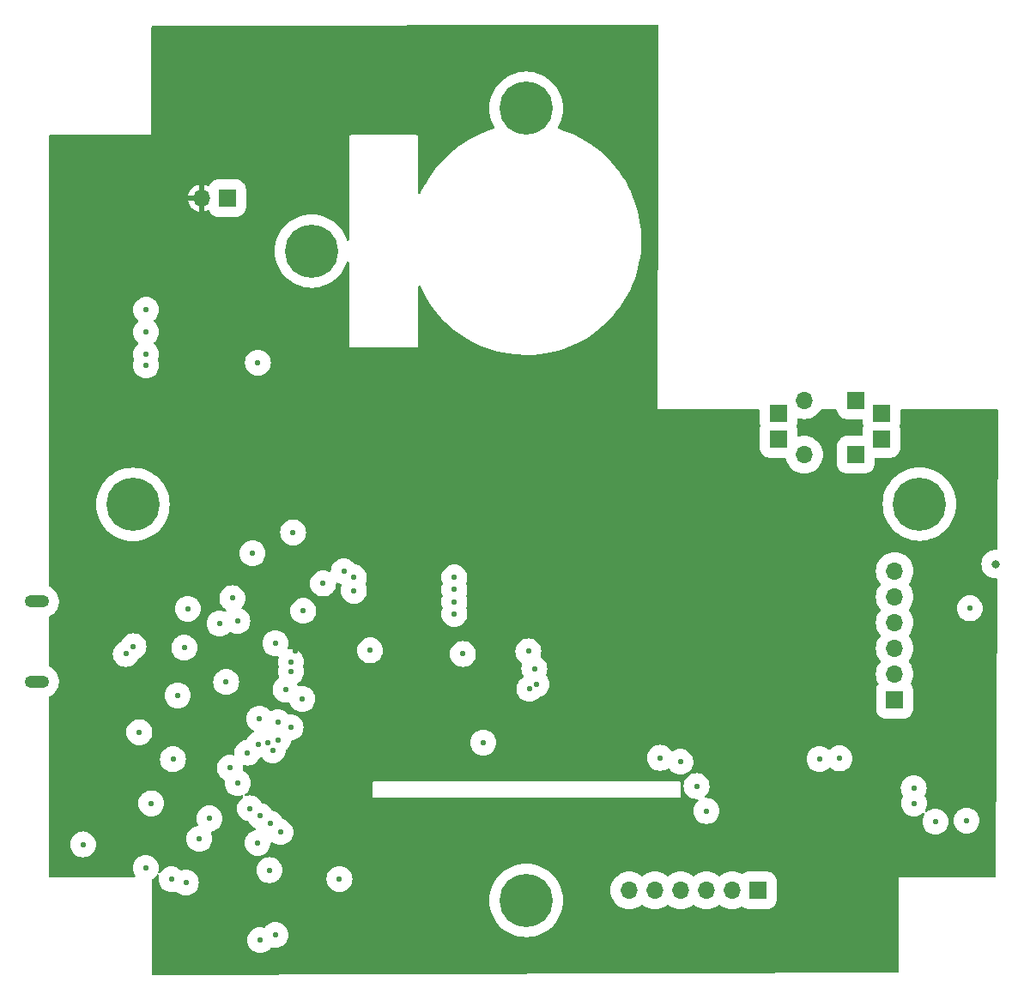
<source format=gbr>
%TF.GenerationSoftware,KiCad,Pcbnew,8.0.4*%
%TF.CreationDate,2024-11-15T22:59:45-05:00*%
%TF.ProjectId,payload_board,7061796c-6f61-4645-9f62-6f6172642e6b,0.7.4*%
%TF.SameCoordinates,Original*%
%TF.FileFunction,Copper,L2,Inr*%
%TF.FilePolarity,Positive*%
%FSLAX46Y46*%
G04 Gerber Fmt 4.6, Leading zero omitted, Abs format (unit mm)*
G04 Created by KiCad (PCBNEW 8.0.4) date 2024-11-15 22:59:45*
%MOMM*%
%LPD*%
G01*
G04 APERTURE LIST*
%TA.AperFunction,ComponentPad*%
%ADD10C,5.250000*%
%TD*%
%TA.AperFunction,ComponentPad*%
%ADD11R,1.700000X1.700000*%
%TD*%
%TA.AperFunction,ComponentPad*%
%ADD12O,1.700000X1.700000*%
%TD*%
%TA.AperFunction,ComponentPad*%
%ADD13O,2.416000X1.208000*%
%TD*%
%TA.AperFunction,ViaPad*%
%ADD14C,0.550000*%
%TD*%
%TA.AperFunction,ViaPad*%
%ADD15C,0.800000*%
%TD*%
%TA.AperFunction,Conductor*%
%ADD16C,0.152400*%
%TD*%
G04 APERTURE END LIST*
D10*
%TO.N,GND*%
%TO.C,*%
X101782992Y-62956243D03*
%TD*%
D11*
%TO.N,CIN-*%
%TO.C,J2*%
X99340000Y-82270000D03*
D12*
%TO.N,GND*%
X99340000Y-79730000D03*
%TO.N,SPI1_SCK_Cam*%
X99340000Y-77190000D03*
%TO.N,SPI1_MISO_Cam*%
X99340000Y-74650000D03*
%TO.N,SPI1_MOSI_Cam*%
X99340000Y-72110000D03*
%TO.N,SPI1_CS_Cam*%
X99340000Y-69570000D03*
%TD*%
D11*
%TO.N,SWCLK*%
%TO.C,J15*%
X85852000Y-101092000D03*
D12*
%TO.N,GND*%
X83312000Y-101092000D03*
%TO.N,SWDIO*%
X80772000Y-101092000D03*
%TO.N,UART1_TX*%
X78232000Y-101092000D03*
%TO.N,GND*%
X75692000Y-101092000D03*
%TO.N,UART1_RX*%
X73152000Y-101092000D03*
%TD*%
D11*
%TO.N,GND*%
%TO.C,J12*%
X33500000Y-32750000D03*
D12*
%TO.N,+3.3V*%
X30960000Y-32750000D03*
%TD*%
D10*
%TO.N,GND*%
%TO.C,*%
X24195000Y-63000000D03*
%TD*%
%TO.N,GND*%
%TO.C,J2*%
X62988996Y-102081941D03*
%TD*%
D11*
%TO.N,BGND*%
%TO.C,J_Burn*%
X95495000Y-58080000D03*
X98035000Y-56520000D03*
X98035000Y-53980000D03*
X95495000Y-52710000D03*
D12*
%TO.N,BPWR*%
X90415000Y-58080000D03*
D11*
X87875000Y-56520000D03*
X87875000Y-53980000D03*
D12*
X90415000Y-52710000D03*
%TD*%
D10*
%TO.N,GND*%
%TO.C,*%
X41822243Y-37976859D03*
%TD*%
D13*
%TO.N,N/C*%
%TO.C,J7*%
X14700000Y-80467500D03*
X14700000Y-72567500D03*
%TD*%
D10*
%TO.N,GND*%
%TO.C,J5*%
X62988996Y-23896243D03*
%TD*%
D14*
%TO.N,GND*%
X19280000Y-96560000D03*
X93890000Y-88070000D03*
X39250000Y-81250000D03*
X39750000Y-85000000D03*
X25460000Y-98880000D03*
X28150000Y-88140000D03*
X33750000Y-89000000D03*
X36670000Y-84150000D03*
X32750000Y-74750000D03*
X24830000Y-85470000D03*
X40900000Y-82200000D03*
D15*
X109290000Y-68880000D03*
D14*
X56750000Y-77750000D03*
%TO.N,1.2V*%
X33390000Y-80518000D03*
X28610000Y-81840000D03*
%TO.N,I2C1_SDA*%
X38750000Y-95342900D03*
X106430000Y-94210000D03*
%TO.N,I2C1_SCL*%
X37750000Y-94500000D03*
X103350000Y-94310000D03*
%TO.N,SPI0_CS_DISP*%
X63800000Y-79200000D03*
X55900000Y-71400000D03*
%TO.N,Cam_RST*%
X34544000Y-90500000D03*
X36561699Y-86708301D03*
%TO.N,SPI1_SCK_Cam*%
X35500000Y-87500000D03*
X78200000Y-88400000D03*
%TO.N,SPI1_MOSI_Cam*%
X38000000Y-87250000D03*
X76200000Y-88000000D03*
%TO.N,Disp_RST*%
X55900000Y-70200000D03*
X63200000Y-77500000D03*
%TO.N,/USBBOOT*%
X26000000Y-92500000D03*
X31750000Y-94000000D03*
X30750000Y-96000000D03*
X37500000Y-86500000D03*
%TO.N,Disp_DC*%
X38500000Y-86250000D03*
X58750000Y-86500000D03*
%TO.N,SWCLK*%
X39800000Y-79500000D03*
X79800000Y-90800000D03*
%TO.N,SWDIO*%
X39800000Y-78540000D03*
X80772000Y-93250000D03*
%TO.N,/~{RESET}*%
X36500000Y-96400000D03*
X38250000Y-76700000D03*
X44570000Y-99970000D03*
%TO.N,SPI0_MISO*%
X25500000Y-43770000D03*
X46000000Y-71500000D03*
%TO.N,SPI0_CS_SD*%
X42950000Y-70800000D03*
X25500000Y-49270000D03*
%TO.N,SPI0_SCK*%
X55900000Y-73800000D03*
X63300000Y-81200000D03*
X25500000Y-45970000D03*
X46000000Y-70200000D03*
%TO.N,SPI0_MOSI*%
X45000000Y-69600000D03*
X55900000Y-72600000D03*
X64000000Y-80750000D03*
X25500000Y-48170000D03*
%TO.N,WDT_WDI*%
X37661960Y-99098040D03*
X34500000Y-74500000D03*
%TO.N,ADC0*%
X34000000Y-72250000D03*
X29610000Y-73290000D03*
%TO.N,ADC1*%
X47600000Y-77400000D03*
X29260000Y-77130000D03*
X91920000Y-88130000D03*
X41000000Y-73500000D03*
%TO.N,+3.3V*%
X31430000Y-79440000D03*
X32250000Y-106000000D03*
X40250000Y-77500000D03*
X32766000Y-83820000D03*
X62250000Y-68000000D03*
X62187500Y-58140000D03*
X53661000Y-102922000D03*
X85820000Y-87940000D03*
X21720000Y-54010000D03*
X57600000Y-70500000D03*
X25460000Y-80570000D03*
X36400000Y-60000000D03*
X18150000Y-83090000D03*
%TO.N,SD_IND*%
X38500000Y-84500000D03*
X36525000Y-49000000D03*
%TO.N,VBUS*%
X40000000Y-65750000D03*
%TO.N,/D-*%
X24250000Y-77000000D03*
%TO.N,/D+*%
X23500000Y-77750000D03*
%TO.N,UART1_TX*%
X28000000Y-100000000D03*
X36750000Y-106000000D03*
%TO.N,UART1_RX*%
X38250000Y-105500000D03*
X29425000Y-100325000D03*
%TO.N,Net-(IC1-GPIO25)*%
X36000000Y-67812802D03*
%TO.N,CIN-*%
X106750000Y-73250000D03*
%TO.N,BURN_A*%
X36750000Y-93750000D03*
X101250000Y-92500000D03*
%TO.N,BURN_B*%
X35750000Y-93000000D03*
X101220000Y-90990000D03*
%TD*%
D16*
%TO.N,1.2V*%
X28620000Y-81850000D02*
X28610000Y-81840000D01*
%TD*%
%TA.AperFunction,Conductor*%
%TO.N,+3.3V*%
G36*
X75976507Y-15634403D02*
G01*
X76022416Y-15687073D01*
X76033773Y-15738914D01*
X76033773Y-26391307D01*
X75963773Y-53621307D01*
X85900427Y-53615453D01*
X85967478Y-53635098D01*
X86013264Y-53687875D01*
X86024500Y-53739453D01*
X86024500Y-54888028D01*
X86024501Y-54888034D01*
X86035113Y-55007415D01*
X86091091Y-55203050D01*
X86091474Y-55204009D01*
X86091527Y-55204575D01*
X86092821Y-55209096D01*
X86091978Y-55209337D01*
X86098058Y-55273568D01*
X86091474Y-55295991D01*
X86091091Y-55296949D01*
X86035114Y-55492583D01*
X86035113Y-55492586D01*
X86024500Y-55611966D01*
X86024500Y-57428028D01*
X86024501Y-57428034D01*
X86035113Y-57547415D01*
X86091089Y-57743045D01*
X86091090Y-57743048D01*
X86091091Y-57743049D01*
X86185302Y-57923407D01*
X86185304Y-57923409D01*
X86313890Y-58081109D01*
X86407803Y-58157684D01*
X86471593Y-58209698D01*
X86651951Y-58303909D01*
X86847582Y-58359886D01*
X86966963Y-58370500D01*
X88484489Y-58370499D01*
X88551528Y-58390184D01*
X88597283Y-58442987D01*
X88605655Y-58468140D01*
X88634921Y-58602672D01*
X88727426Y-58850690D01*
X88727428Y-58850694D01*
X88854280Y-59083005D01*
X88854285Y-59083013D01*
X89012906Y-59294907D01*
X89012922Y-59294925D01*
X89200074Y-59482077D01*
X89200092Y-59482093D01*
X89411986Y-59640714D01*
X89411994Y-59640719D01*
X89644305Y-59767571D01*
X89644309Y-59767573D01*
X89644311Y-59767574D01*
X89892322Y-59860077D01*
X89892325Y-59860077D01*
X89892326Y-59860078D01*
X89909942Y-59863910D01*
X90150974Y-59916343D01*
X90394660Y-59933772D01*
X90414999Y-59935227D01*
X90415000Y-59935227D01*
X90415001Y-59935227D01*
X90433885Y-59933876D01*
X90679026Y-59916343D01*
X90937678Y-59860077D01*
X91185689Y-59767574D01*
X91418011Y-59640716D01*
X91629915Y-59482087D01*
X91817087Y-59294915D01*
X91975716Y-59083011D01*
X92102574Y-58850689D01*
X92195077Y-58602678D01*
X92251343Y-58344026D01*
X92270227Y-58080000D01*
X92251343Y-57815974D01*
X92195077Y-57557322D01*
X92102574Y-57309311D01*
X91975716Y-57076989D01*
X91957445Y-57052582D01*
X91817093Y-56865092D01*
X91817077Y-56865074D01*
X91629925Y-56677922D01*
X91629907Y-56677906D01*
X91418013Y-56519285D01*
X91418005Y-56519280D01*
X91185694Y-56392428D01*
X91185690Y-56392426D01*
X90937673Y-56299921D01*
X90679034Y-56243658D01*
X90679027Y-56243657D01*
X90415001Y-56224773D01*
X90414999Y-56224773D01*
X90150972Y-56243657D01*
X90150965Y-56243658D01*
X89892320Y-56299923D01*
X89888066Y-56301172D01*
X89887750Y-56300097D01*
X89823133Y-56304714D01*
X89761812Y-56271225D01*
X89728331Y-56209900D01*
X89725499Y-56183550D01*
X89725499Y-55611971D01*
X89725499Y-55611964D01*
X89714886Y-55492582D01*
X89658909Y-55296951D01*
X89658903Y-55296939D01*
X89658531Y-55296006D01*
X89658477Y-55295442D01*
X89657179Y-55290904D01*
X89658024Y-55290662D01*
X89651938Y-55226448D01*
X89658531Y-55203994D01*
X89658901Y-55203063D01*
X89658909Y-55203049D01*
X89714886Y-55007418D01*
X89725500Y-54888037D01*
X89725499Y-54606446D01*
X89745183Y-54539409D01*
X89797987Y-54493654D01*
X89867146Y-54483710D01*
X89888017Y-54489039D01*
X89888079Y-54488831D01*
X89892314Y-54490074D01*
X89892322Y-54490077D01*
X90150974Y-54546343D01*
X90394660Y-54563772D01*
X90414999Y-54565227D01*
X90415000Y-54565227D01*
X90415001Y-54565227D01*
X90433885Y-54563876D01*
X90679026Y-54546343D01*
X90937678Y-54490077D01*
X91185689Y-54397574D01*
X91418011Y-54270716D01*
X91629915Y-54112087D01*
X91817087Y-53924915D01*
X91975716Y-53713011D01*
X91995722Y-53676371D01*
X92045124Y-53626967D01*
X92104478Y-53611798D01*
X93530333Y-53610959D01*
X93597384Y-53630604D01*
X93643170Y-53683381D01*
X93653919Y-53723977D01*
X93655113Y-53737415D01*
X93711089Y-53933045D01*
X93711090Y-53933048D01*
X93711091Y-53933049D01*
X93805302Y-54113407D01*
X93805304Y-54113409D01*
X93933890Y-54271109D01*
X94027803Y-54347684D01*
X94091593Y-54399698D01*
X94271951Y-54493909D01*
X94467582Y-54549886D01*
X94586963Y-54560500D01*
X96060500Y-54560499D01*
X96127539Y-54580184D01*
X96173294Y-54632987D01*
X96184500Y-54684498D01*
X96184500Y-54888028D01*
X96184501Y-54888034D01*
X96195113Y-55007415D01*
X96251091Y-55203050D01*
X96251474Y-55204009D01*
X96251527Y-55204575D01*
X96252821Y-55209096D01*
X96251978Y-55209337D01*
X96258058Y-55273568D01*
X96251474Y-55295991D01*
X96251091Y-55296949D01*
X96195114Y-55492583D01*
X96195113Y-55492586D01*
X96184500Y-55611966D01*
X96184500Y-56105500D01*
X96164815Y-56172539D01*
X96112011Y-56218294D01*
X96060500Y-56229500D01*
X94586971Y-56229500D01*
X94586965Y-56229500D01*
X94586964Y-56229501D01*
X94575316Y-56230536D01*
X94467584Y-56240113D01*
X94271954Y-56296089D01*
X94181772Y-56343196D01*
X94091593Y-56390302D01*
X94091591Y-56390303D01*
X94091590Y-56390304D01*
X93933890Y-56518890D01*
X93805304Y-56676590D01*
X93805302Y-56676593D01*
X93804608Y-56677922D01*
X93711089Y-56856954D01*
X93655114Y-57052583D01*
X93655113Y-57052586D01*
X93644500Y-57171966D01*
X93644500Y-58988028D01*
X93644501Y-58988034D01*
X93655113Y-59107415D01*
X93711089Y-59303045D01*
X93711090Y-59303048D01*
X93711091Y-59303049D01*
X93805302Y-59483407D01*
X93805304Y-59483409D01*
X93933890Y-59641109D01*
X93985753Y-59683397D01*
X94091593Y-59769698D01*
X94271951Y-59863909D01*
X94467582Y-59919886D01*
X94586963Y-59930500D01*
X96403036Y-59930499D01*
X96522418Y-59919886D01*
X96718049Y-59863909D01*
X96898407Y-59769698D01*
X97056109Y-59641109D01*
X97184698Y-59483407D01*
X97278909Y-59303049D01*
X97334886Y-59107418D01*
X97345500Y-58988037D01*
X97345499Y-58494498D01*
X97365183Y-58427460D01*
X97417987Y-58381705D01*
X97469499Y-58370499D01*
X98943028Y-58370499D01*
X98943036Y-58370499D01*
X99062418Y-58359886D01*
X99258049Y-58303909D01*
X99438407Y-58209698D01*
X99596109Y-58081109D01*
X99724698Y-57923407D01*
X99818909Y-57743049D01*
X99874886Y-57547418D01*
X99885500Y-57428037D01*
X99885499Y-55611964D01*
X99874886Y-55492582D01*
X99818909Y-55296951D01*
X99818903Y-55296939D01*
X99818531Y-55296006D01*
X99818477Y-55295442D01*
X99817179Y-55290904D01*
X99818024Y-55290662D01*
X99811938Y-55226448D01*
X99818531Y-55203994D01*
X99818901Y-55203063D01*
X99818909Y-55203049D01*
X99874886Y-55007418D01*
X99885500Y-54888037D01*
X99885499Y-53731142D01*
X99905184Y-53664104D01*
X99957987Y-53618349D01*
X100009425Y-53607143D01*
X109412122Y-53601604D01*
X109479171Y-53621249D01*
X109524957Y-53674026D01*
X109536192Y-53726138D01*
X109477478Y-67356034D01*
X109457505Y-67422988D01*
X109404504Y-67468515D01*
X109353479Y-67479500D01*
X109173951Y-67479500D01*
X109128164Y-67487140D01*
X108945015Y-67517702D01*
X108725504Y-67593061D01*
X108725495Y-67593064D01*
X108521371Y-67703531D01*
X108521365Y-67703535D01*
X108338222Y-67846081D01*
X108338219Y-67846084D01*
X108181016Y-68016852D01*
X108054075Y-68211151D01*
X107960842Y-68423699D01*
X107903866Y-68648691D01*
X107903864Y-68648702D01*
X107884700Y-68879993D01*
X107884700Y-68880006D01*
X107903864Y-69111297D01*
X107903866Y-69111308D01*
X107960842Y-69336300D01*
X108054075Y-69548848D01*
X108181016Y-69743147D01*
X108181019Y-69743151D01*
X108181021Y-69743153D01*
X108338216Y-69913913D01*
X108338219Y-69913915D01*
X108338222Y-69913918D01*
X108521365Y-70056464D01*
X108521371Y-70056468D01*
X108521374Y-70056470D01*
X108725497Y-70166936D01*
X108821806Y-70199999D01*
X108945015Y-70242297D01*
X108945017Y-70242297D01*
X108945019Y-70242298D01*
X109173951Y-70280500D01*
X109173952Y-70280500D01*
X109340345Y-70280500D01*
X109407384Y-70300185D01*
X109453139Y-70352989D01*
X109464344Y-70405034D01*
X109338122Y-99706534D01*
X109318149Y-99773488D01*
X109265148Y-99819015D01*
X109214123Y-99830000D01*
X99789999Y-99830000D01*
X99770000Y-99849999D01*
X99770000Y-109110022D01*
X99750315Y-109177061D01*
X99697511Y-109222816D01*
X99646433Y-109234021D01*
X26204433Y-109490389D01*
X26137325Y-109470939D01*
X26091386Y-109418295D01*
X26080000Y-109366390D01*
X26080000Y-105999999D01*
X35469628Y-105999999D01*
X35469628Y-106000000D01*
X35489079Y-106222329D01*
X35489081Y-106222339D01*
X35546841Y-106437905D01*
X35546843Y-106437909D01*
X35546844Y-106437913D01*
X35641165Y-106640186D01*
X35769178Y-106823007D01*
X35926993Y-106980822D01*
X36109814Y-107108835D01*
X36312087Y-107203156D01*
X36527666Y-107260920D01*
X36705533Y-107276481D01*
X36749999Y-107280372D01*
X36750000Y-107280372D01*
X36750001Y-107280372D01*
X36787055Y-107277130D01*
X36972334Y-107260920D01*
X37187913Y-107203156D01*
X37390186Y-107108835D01*
X37573007Y-106980822D01*
X37730822Y-106823007D01*
X37764521Y-106774878D01*
X37819097Y-106731254D01*
X37888595Y-106724060D01*
X37898189Y-106726227D01*
X37942804Y-106738181D01*
X38027666Y-106760920D01*
X38205533Y-106776481D01*
X38249999Y-106780372D01*
X38250000Y-106780372D01*
X38250001Y-106780372D01*
X38287055Y-106777130D01*
X38472334Y-106760920D01*
X38687913Y-106703156D01*
X38890186Y-106608835D01*
X39073007Y-106480822D01*
X39230822Y-106323007D01*
X39358835Y-106140186D01*
X39453156Y-105937913D01*
X39510920Y-105722334D01*
X39530372Y-105500000D01*
X39510920Y-105277666D01*
X39453156Y-105062087D01*
X39358835Y-104859814D01*
X39230822Y-104676993D01*
X39073007Y-104519178D01*
X38890186Y-104391165D01*
X38687913Y-104296844D01*
X38687909Y-104296843D01*
X38687905Y-104296841D01*
X38472339Y-104239081D01*
X38472329Y-104239079D01*
X38250001Y-104219628D01*
X38249999Y-104219628D01*
X38027670Y-104239079D01*
X38027660Y-104239081D01*
X37812094Y-104296841D01*
X37812087Y-104296843D01*
X37812087Y-104296844D01*
X37609814Y-104391165D01*
X37426993Y-104519178D01*
X37426991Y-104519179D01*
X37426988Y-104519182D01*
X37269181Y-104676989D01*
X37269176Y-104676995D01*
X37235477Y-104725122D01*
X37180899Y-104768746D01*
X37111401Y-104775938D01*
X37101810Y-104773772D01*
X36972339Y-104739081D01*
X36972329Y-104739079D01*
X36750001Y-104719628D01*
X36749999Y-104719628D01*
X36527670Y-104739079D01*
X36527660Y-104739081D01*
X36312094Y-104796841D01*
X36312087Y-104796843D01*
X36312087Y-104796844D01*
X36109814Y-104891165D01*
X35926993Y-105019178D01*
X35926991Y-105019179D01*
X35926988Y-105019182D01*
X35769182Y-105176988D01*
X35769179Y-105176991D01*
X35769178Y-105176993D01*
X35698690Y-105277660D01*
X35641165Y-105359814D01*
X35546845Y-105562085D01*
X35546841Y-105562094D01*
X35489081Y-105777660D01*
X35489079Y-105777670D01*
X35469628Y-105999999D01*
X26080000Y-105999999D01*
X26080000Y-102081940D01*
X59358521Y-102081940D01*
X59358521Y-102081941D01*
X59378409Y-102461430D01*
X59437855Y-102836753D01*
X59437856Y-102836760D01*
X59536210Y-103203823D01*
X59672393Y-103558591D01*
X59844914Y-103897183D01*
X60051874Y-104215874D01*
X60051876Y-104215876D01*
X60051879Y-104215880D01*
X60051880Y-104215881D01*
X60291027Y-104511203D01*
X60559734Y-104779910D01*
X60658408Y-104859814D01*
X60855060Y-105019060D01*
X60855062Y-105019062D01*
X61173753Y-105226022D01*
X61173758Y-105226025D01*
X61512349Y-105398545D01*
X61867118Y-105534728D01*
X62234178Y-105633081D01*
X62609508Y-105692528D01*
X62968007Y-105711316D01*
X62988995Y-105712416D01*
X62988996Y-105712416D01*
X62988997Y-105712416D01*
X63008885Y-105711373D01*
X63368484Y-105692528D01*
X63743814Y-105633081D01*
X64110874Y-105534728D01*
X64465643Y-105398545D01*
X64804234Y-105226025D01*
X65122750Y-105019178D01*
X65122929Y-105019062D01*
X65122931Y-105019060D01*
X65122936Y-105019057D01*
X65418258Y-104779910D01*
X65686965Y-104511203D01*
X65926112Y-104215881D01*
X66133080Y-103897179D01*
X66305600Y-103558588D01*
X66441783Y-103203819D01*
X66540136Y-102836759D01*
X66599583Y-102461429D01*
X66619471Y-102081941D01*
X66599583Y-101702453D01*
X66540136Y-101327123D01*
X66477135Y-101091998D01*
X71296773Y-101091998D01*
X71296773Y-101092001D01*
X71315657Y-101356027D01*
X71315658Y-101356034D01*
X71371921Y-101614673D01*
X71464426Y-101862690D01*
X71464428Y-101862694D01*
X71591280Y-102095005D01*
X71591285Y-102095013D01*
X71749906Y-102306907D01*
X71749922Y-102306925D01*
X71937074Y-102494077D01*
X71937092Y-102494093D01*
X72148986Y-102652714D01*
X72148994Y-102652719D01*
X72381305Y-102779571D01*
X72381309Y-102779573D01*
X72381311Y-102779574D01*
X72629322Y-102872077D01*
X72629325Y-102872077D01*
X72629326Y-102872078D01*
X72646942Y-102875910D01*
X72887974Y-102928343D01*
X73131660Y-102945772D01*
X73151999Y-102947227D01*
X73152000Y-102947227D01*
X73152001Y-102947227D01*
X73170885Y-102945876D01*
X73416026Y-102928343D01*
X73674678Y-102872077D01*
X73922689Y-102779574D01*
X74155011Y-102652716D01*
X74265155Y-102570263D01*
X74347690Y-102508479D01*
X74413154Y-102484062D01*
X74481427Y-102498914D01*
X74496310Y-102508479D01*
X74688986Y-102652714D01*
X74688994Y-102652719D01*
X74921305Y-102779571D01*
X74921309Y-102779573D01*
X74921311Y-102779574D01*
X75169322Y-102872077D01*
X75169325Y-102872077D01*
X75169326Y-102872078D01*
X75186942Y-102875910D01*
X75427974Y-102928343D01*
X75671660Y-102945772D01*
X75691999Y-102947227D01*
X75692000Y-102947227D01*
X75692001Y-102947227D01*
X75710885Y-102945876D01*
X75956026Y-102928343D01*
X76214678Y-102872077D01*
X76462689Y-102779574D01*
X76695011Y-102652716D01*
X76805155Y-102570263D01*
X76887690Y-102508479D01*
X76953154Y-102484062D01*
X77021427Y-102498914D01*
X77036310Y-102508479D01*
X77228986Y-102652714D01*
X77228994Y-102652719D01*
X77461305Y-102779571D01*
X77461309Y-102779573D01*
X77461311Y-102779574D01*
X77709322Y-102872077D01*
X77709325Y-102872077D01*
X77709326Y-102872078D01*
X77726942Y-102875910D01*
X77967974Y-102928343D01*
X78211660Y-102945772D01*
X78231999Y-102947227D01*
X78232000Y-102947227D01*
X78232001Y-102947227D01*
X78250885Y-102945876D01*
X78496026Y-102928343D01*
X78754678Y-102872077D01*
X79002689Y-102779574D01*
X79235011Y-102652716D01*
X79345155Y-102570263D01*
X79427690Y-102508479D01*
X79493154Y-102484062D01*
X79561427Y-102498914D01*
X79576310Y-102508479D01*
X79768986Y-102652714D01*
X79768994Y-102652719D01*
X80001305Y-102779571D01*
X80001309Y-102779573D01*
X80001311Y-102779574D01*
X80249322Y-102872077D01*
X80249325Y-102872077D01*
X80249326Y-102872078D01*
X80266942Y-102875910D01*
X80507974Y-102928343D01*
X80751660Y-102945772D01*
X80771999Y-102947227D01*
X80772000Y-102947227D01*
X80772001Y-102947227D01*
X80790885Y-102945876D01*
X81036026Y-102928343D01*
X81294678Y-102872077D01*
X81542689Y-102779574D01*
X81775011Y-102652716D01*
X81885155Y-102570263D01*
X81967690Y-102508479D01*
X82033154Y-102484062D01*
X82101427Y-102498914D01*
X82116310Y-102508479D01*
X82308986Y-102652714D01*
X82308994Y-102652719D01*
X82541305Y-102779571D01*
X82541309Y-102779573D01*
X82541311Y-102779574D01*
X82789322Y-102872077D01*
X82789325Y-102872077D01*
X82789326Y-102872078D01*
X82806942Y-102875910D01*
X83047974Y-102928343D01*
X83291660Y-102945772D01*
X83311999Y-102947227D01*
X83312000Y-102947227D01*
X83312001Y-102947227D01*
X83330885Y-102945876D01*
X83576026Y-102928343D01*
X83834678Y-102872077D01*
X84082689Y-102779574D01*
X84227103Y-102700716D01*
X84295374Y-102685865D01*
X84360839Y-102710281D01*
X84364891Y-102713447D01*
X84448593Y-102781698D01*
X84628951Y-102875909D01*
X84824582Y-102931886D01*
X84943963Y-102942500D01*
X86760036Y-102942499D01*
X86879418Y-102931886D01*
X87075049Y-102875909D01*
X87255407Y-102781698D01*
X87413109Y-102653109D01*
X87541698Y-102495407D01*
X87635909Y-102315049D01*
X87691886Y-102119418D01*
X87702500Y-102000037D01*
X87702499Y-100183964D01*
X87691886Y-100064582D01*
X87641098Y-99887085D01*
X87635910Y-99868954D01*
X87635909Y-99868953D01*
X87635909Y-99868951D01*
X87541698Y-99688593D01*
X87456188Y-99583723D01*
X87413109Y-99530890D01*
X87258014Y-99404428D01*
X87255407Y-99402302D01*
X87075049Y-99308091D01*
X87075048Y-99308090D01*
X87075045Y-99308089D01*
X86957829Y-99274550D01*
X86879418Y-99252114D01*
X86879415Y-99252113D01*
X86879413Y-99252113D01*
X86813102Y-99246217D01*
X86760037Y-99241500D01*
X86760032Y-99241500D01*
X84943971Y-99241500D01*
X84943965Y-99241500D01*
X84943964Y-99241501D01*
X84932316Y-99242536D01*
X84824584Y-99252113D01*
X84628954Y-99308089D01*
X84448587Y-99402305D01*
X84364889Y-99470552D01*
X84300493Y-99497661D01*
X84231663Y-99485651D01*
X84227102Y-99483282D01*
X84082694Y-99404428D01*
X84082690Y-99404426D01*
X83834673Y-99311921D01*
X83576034Y-99255658D01*
X83576027Y-99255657D01*
X83312001Y-99236773D01*
X83311999Y-99236773D01*
X83047972Y-99255657D01*
X83047965Y-99255658D01*
X82789326Y-99311921D01*
X82541309Y-99404426D01*
X82541305Y-99404428D01*
X82308994Y-99531280D01*
X82308986Y-99531285D01*
X82116310Y-99675520D01*
X82050845Y-99699937D01*
X81982573Y-99685085D01*
X81967690Y-99675520D01*
X81775013Y-99531285D01*
X81775005Y-99531280D01*
X81542694Y-99404428D01*
X81542690Y-99404426D01*
X81294673Y-99311921D01*
X81036034Y-99255658D01*
X81036027Y-99255657D01*
X80772001Y-99236773D01*
X80771999Y-99236773D01*
X80507972Y-99255657D01*
X80507965Y-99255658D01*
X80249326Y-99311921D01*
X80001309Y-99404426D01*
X80001305Y-99404428D01*
X79768994Y-99531280D01*
X79768986Y-99531285D01*
X79576310Y-99675520D01*
X79510845Y-99699937D01*
X79442573Y-99685085D01*
X79427690Y-99675520D01*
X79235013Y-99531285D01*
X79235005Y-99531280D01*
X79002694Y-99404428D01*
X79002690Y-99404426D01*
X78754673Y-99311921D01*
X78496034Y-99255658D01*
X78496027Y-99255657D01*
X78232001Y-99236773D01*
X78231999Y-99236773D01*
X77967972Y-99255657D01*
X77967965Y-99255658D01*
X77709326Y-99311921D01*
X77461309Y-99404426D01*
X77461305Y-99404428D01*
X77228994Y-99531280D01*
X77228986Y-99531285D01*
X77036310Y-99675520D01*
X76970845Y-99699937D01*
X76902573Y-99685085D01*
X76887690Y-99675520D01*
X76695013Y-99531285D01*
X76695005Y-99531280D01*
X76462694Y-99404428D01*
X76462690Y-99404426D01*
X76214673Y-99311921D01*
X75956034Y-99255658D01*
X75956027Y-99255657D01*
X75692001Y-99236773D01*
X75691999Y-99236773D01*
X75427972Y-99255657D01*
X75427965Y-99255658D01*
X75169326Y-99311921D01*
X74921309Y-99404426D01*
X74921305Y-99404428D01*
X74688994Y-99531280D01*
X74688986Y-99531285D01*
X74496310Y-99675520D01*
X74430845Y-99699937D01*
X74362573Y-99685085D01*
X74347690Y-99675520D01*
X74155013Y-99531285D01*
X74155005Y-99531280D01*
X73922694Y-99404428D01*
X73922690Y-99404426D01*
X73674673Y-99311921D01*
X73416034Y-99255658D01*
X73416027Y-99255657D01*
X73152001Y-99236773D01*
X73151999Y-99236773D01*
X72887972Y-99255657D01*
X72887965Y-99255658D01*
X72629326Y-99311921D01*
X72381309Y-99404426D01*
X72381305Y-99404428D01*
X72148994Y-99531280D01*
X72148986Y-99531285D01*
X71937092Y-99689906D01*
X71937074Y-99689922D01*
X71749922Y-99877074D01*
X71749906Y-99877092D01*
X71591285Y-100088986D01*
X71591280Y-100088994D01*
X71464428Y-100321305D01*
X71464426Y-100321309D01*
X71371921Y-100569326D01*
X71315658Y-100827965D01*
X71315657Y-100827972D01*
X71296773Y-101091998D01*
X66477135Y-101091998D01*
X66441783Y-100960063D01*
X66305600Y-100605294D01*
X66133080Y-100266704D01*
X66084784Y-100192334D01*
X65926113Y-99948002D01*
X65761723Y-99744998D01*
X65686965Y-99652679D01*
X65418258Y-99383972D01*
X65122936Y-99144825D01*
X65122933Y-99144823D01*
X65122931Y-99144821D01*
X65122929Y-99144819D01*
X64804238Y-98937859D01*
X64465646Y-98765338D01*
X64110878Y-98629155D01*
X63743815Y-98530801D01*
X63743808Y-98530800D01*
X63368485Y-98471354D01*
X62988997Y-98451466D01*
X62988995Y-98451466D01*
X62609506Y-98471354D01*
X62234183Y-98530800D01*
X62234176Y-98530801D01*
X61867113Y-98629155D01*
X61512345Y-98765338D01*
X61173754Y-98937859D01*
X60855057Y-99144823D01*
X60559738Y-99383968D01*
X60559730Y-99383975D01*
X60291030Y-99652675D01*
X60291023Y-99652683D01*
X60051878Y-99948002D01*
X59844914Y-100266699D01*
X59672393Y-100605290D01*
X59536210Y-100960058D01*
X59437856Y-101327121D01*
X59437855Y-101327128D01*
X59378409Y-101702451D01*
X59358521Y-102081940D01*
X26080000Y-102081940D01*
X26080000Y-100067519D01*
X26099685Y-100000480D01*
X26132872Y-99965947D01*
X26283007Y-99860822D01*
X26440822Y-99703007D01*
X26553009Y-99542786D01*
X26607585Y-99499163D01*
X26677084Y-99491971D01*
X26739438Y-99523493D01*
X26774852Y-99583723D01*
X26774358Y-99646005D01*
X26739081Y-99777660D01*
X26739079Y-99777670D01*
X26719628Y-99999999D01*
X26719628Y-100000000D01*
X26739079Y-100222329D01*
X26739081Y-100222339D01*
X26796841Y-100437905D01*
X26796843Y-100437909D01*
X26796844Y-100437913D01*
X26891165Y-100640186D01*
X27019178Y-100823007D01*
X27176993Y-100980822D01*
X27359814Y-101108835D01*
X27562087Y-101203156D01*
X27777666Y-101260920D01*
X27955533Y-101276481D01*
X27999999Y-101280372D01*
X28000000Y-101280372D01*
X28000001Y-101280372D01*
X28037055Y-101277130D01*
X28222334Y-101260920D01*
X28417199Y-101208706D01*
X28487046Y-101210369D01*
X28536971Y-101240800D01*
X28601993Y-101305822D01*
X28784814Y-101433835D01*
X28987087Y-101528156D01*
X29202666Y-101585920D01*
X29380533Y-101601481D01*
X29424999Y-101605372D01*
X29425000Y-101605372D01*
X29425001Y-101605372D01*
X29462055Y-101602130D01*
X29647334Y-101585920D01*
X29862913Y-101528156D01*
X30065186Y-101433835D01*
X30248007Y-101305822D01*
X30405822Y-101148007D01*
X30533835Y-100965186D01*
X30628156Y-100762913D01*
X30685920Y-100547334D01*
X30705372Y-100325000D01*
X30685920Y-100102666D01*
X30628156Y-99887087D01*
X30533835Y-99684814D01*
X30405822Y-99501993D01*
X30248007Y-99344178D01*
X30065186Y-99216165D01*
X29862913Y-99121844D01*
X29862909Y-99121843D01*
X29862905Y-99121841D01*
X29774074Y-99098039D01*
X36381588Y-99098039D01*
X36381588Y-99098040D01*
X36401039Y-99320369D01*
X36401041Y-99320379D01*
X36458801Y-99535945D01*
X36458803Y-99535949D01*
X36458804Y-99535953D01*
X36553125Y-99738226D01*
X36681138Y-99921047D01*
X36838953Y-100078862D01*
X37021774Y-100206875D01*
X37224047Y-100301196D01*
X37439626Y-100358960D01*
X37617493Y-100374521D01*
X37661959Y-100378412D01*
X37661960Y-100378412D01*
X37661961Y-100378412D01*
X37699015Y-100375170D01*
X37884294Y-100358960D01*
X38099873Y-100301196D01*
X38302146Y-100206875D01*
X38484967Y-100078862D01*
X38593830Y-99969999D01*
X43289628Y-99969999D01*
X43289628Y-99970000D01*
X43309079Y-100192329D01*
X43309081Y-100192339D01*
X43366841Y-100407905D01*
X43366843Y-100407909D01*
X43366844Y-100407913D01*
X43461165Y-100610186D01*
X43589178Y-100793007D01*
X43746993Y-100950822D01*
X43929814Y-101078835D01*
X44132087Y-101173156D01*
X44347666Y-101230920D01*
X44525533Y-101246481D01*
X44569999Y-101250372D01*
X44570000Y-101250372D01*
X44570001Y-101250372D01*
X44607055Y-101247130D01*
X44792334Y-101230920D01*
X45007913Y-101173156D01*
X45210186Y-101078835D01*
X45393007Y-100950822D01*
X45550822Y-100793007D01*
X45678835Y-100610186D01*
X45773156Y-100407913D01*
X45830920Y-100192334D01*
X45850372Y-99970000D01*
X45830920Y-99747666D01*
X45773156Y-99532087D01*
X45678835Y-99329814D01*
X45550822Y-99146993D01*
X45393007Y-98989178D01*
X45210186Y-98861165D01*
X45007913Y-98766844D01*
X45007909Y-98766843D01*
X45007905Y-98766841D01*
X44792339Y-98709081D01*
X44792329Y-98709079D01*
X44570001Y-98689628D01*
X44569999Y-98689628D01*
X44347670Y-98709079D01*
X44347660Y-98709081D01*
X44132094Y-98766841D01*
X44132087Y-98766843D01*
X44132087Y-98766844D01*
X43929814Y-98861165D01*
X43746993Y-98989178D01*
X43746991Y-98989179D01*
X43746988Y-98989182D01*
X43589182Y-99146988D01*
X43589179Y-99146991D01*
X43589178Y-99146993D01*
X43461165Y-99329814D01*
X43367219Y-99531284D01*
X43366845Y-99532085D01*
X43366841Y-99532094D01*
X43309081Y-99747660D01*
X43309079Y-99747670D01*
X43289628Y-99969999D01*
X38593830Y-99969999D01*
X38642782Y-99921047D01*
X38770795Y-99738226D01*
X38865116Y-99535953D01*
X38922880Y-99320374D01*
X38942332Y-99098040D01*
X38922880Y-98875706D01*
X38865116Y-98660127D01*
X38770795Y-98457854D01*
X38642782Y-98275033D01*
X38484967Y-98117218D01*
X38302146Y-97989205D01*
X38099873Y-97894884D01*
X38099869Y-97894883D01*
X38099865Y-97894881D01*
X37884299Y-97837121D01*
X37884289Y-97837119D01*
X37661961Y-97817668D01*
X37661959Y-97817668D01*
X37439630Y-97837119D01*
X37439620Y-97837121D01*
X37224054Y-97894881D01*
X37224047Y-97894883D01*
X37224047Y-97894884D01*
X37021774Y-97989205D01*
X36838953Y-98117218D01*
X36838951Y-98117219D01*
X36838948Y-98117222D01*
X36681142Y-98275028D01*
X36553125Y-98457854D01*
X36458805Y-98660125D01*
X36458801Y-98660134D01*
X36401041Y-98875700D01*
X36401039Y-98875710D01*
X36381588Y-99098039D01*
X29774074Y-99098039D01*
X29647339Y-99064081D01*
X29647329Y-99064079D01*
X29425001Y-99044628D01*
X29424999Y-99044628D01*
X29202670Y-99064079D01*
X29202660Y-99064081D01*
X29007802Y-99116293D01*
X28937952Y-99114630D01*
X28888028Y-99084199D01*
X28823011Y-99019182D01*
X28823007Y-99019178D01*
X28640186Y-98891165D01*
X28437913Y-98796844D01*
X28437909Y-98796843D01*
X28437905Y-98796841D01*
X28222339Y-98739081D01*
X28222329Y-98739079D01*
X28000001Y-98719628D01*
X27999999Y-98719628D01*
X27777670Y-98739079D01*
X27777660Y-98739081D01*
X27562094Y-98796841D01*
X27562087Y-98796843D01*
X27562087Y-98796844D01*
X27359814Y-98891165D01*
X27176993Y-99019178D01*
X27176991Y-99019179D01*
X27176988Y-99019182D01*
X27019178Y-99176992D01*
X26906990Y-99337211D01*
X26852413Y-99380836D01*
X26782914Y-99388028D01*
X26720560Y-99356505D01*
X26685147Y-99296275D01*
X26685640Y-99233997D01*
X26720920Y-99102334D01*
X26740372Y-98880000D01*
X26720920Y-98657666D01*
X26663156Y-98442087D01*
X26568835Y-98239814D01*
X26440822Y-98056993D01*
X26283007Y-97899178D01*
X26100186Y-97771165D01*
X25897913Y-97676844D01*
X25897909Y-97676843D01*
X25897905Y-97676841D01*
X25682339Y-97619081D01*
X25682329Y-97619079D01*
X25460001Y-97599628D01*
X25459999Y-97599628D01*
X25237670Y-97619079D01*
X25237660Y-97619081D01*
X25022094Y-97676841D01*
X25022087Y-97676843D01*
X25022087Y-97676844D01*
X24819814Y-97771165D01*
X24636993Y-97899178D01*
X24636991Y-97899179D01*
X24636988Y-97899182D01*
X24479182Y-98056988D01*
X24351165Y-98239814D01*
X24256845Y-98442085D01*
X24256841Y-98442094D01*
X24199081Y-98657660D01*
X24199079Y-98657670D01*
X24179628Y-98879999D01*
X24179628Y-98880000D01*
X24199079Y-99102329D01*
X24199081Y-99102339D01*
X24256841Y-99317905D01*
X24256843Y-99317909D01*
X24256844Y-99317913D01*
X24351165Y-99520186D01*
X24403464Y-99594876D01*
X24425791Y-99661083D01*
X24408781Y-99728850D01*
X24357833Y-99776663D01*
X24301889Y-99790000D01*
X16003899Y-99790000D01*
X15936860Y-99770315D01*
X15891105Y-99717511D01*
X15879899Y-99666000D01*
X15879899Y-96559999D01*
X17999628Y-96559999D01*
X17999628Y-96560000D01*
X18019079Y-96782329D01*
X18019081Y-96782339D01*
X18076841Y-96997905D01*
X18076843Y-96997909D01*
X18076844Y-96997913D01*
X18171165Y-97200186D01*
X18299178Y-97383007D01*
X18456993Y-97540822D01*
X18639814Y-97668835D01*
X18842087Y-97763156D01*
X19057666Y-97820920D01*
X19235533Y-97836481D01*
X19279999Y-97840372D01*
X19280000Y-97840372D01*
X19280001Y-97840372D01*
X19317181Y-97837119D01*
X19502334Y-97820920D01*
X19717913Y-97763156D01*
X19920186Y-97668835D01*
X20103007Y-97540822D01*
X20260822Y-97383007D01*
X20388835Y-97200186D01*
X20483156Y-96997913D01*
X20540920Y-96782334D01*
X20560372Y-96560000D01*
X20540920Y-96337666D01*
X20494899Y-96165911D01*
X20483158Y-96122094D01*
X20483157Y-96122093D01*
X20483156Y-96122087D01*
X20426226Y-95999999D01*
X29469628Y-95999999D01*
X29469628Y-96000000D01*
X29489079Y-96222329D01*
X29489081Y-96222339D01*
X29546841Y-96437905D01*
X29546843Y-96437909D01*
X29546844Y-96437913D01*
X29641165Y-96640186D01*
X29769178Y-96823007D01*
X29926993Y-96980822D01*
X30109814Y-97108835D01*
X30312087Y-97203156D01*
X30527666Y-97260920D01*
X30705533Y-97276481D01*
X30749999Y-97280372D01*
X30750000Y-97280372D01*
X30750001Y-97280372D01*
X30787055Y-97277130D01*
X30972334Y-97260920D01*
X31187913Y-97203156D01*
X31390186Y-97108835D01*
X31573007Y-96980822D01*
X31730822Y-96823007D01*
X31858835Y-96640186D01*
X31953156Y-96437913D01*
X32010920Y-96222334D01*
X32030372Y-96000000D01*
X32010920Y-95777666D01*
X31953156Y-95562087D01*
X31892900Y-95432868D01*
X31882409Y-95363792D01*
X31910929Y-95300008D01*
X31969405Y-95261769D01*
X31973152Y-95260700D01*
X32187913Y-95203156D01*
X32390186Y-95108835D01*
X32573007Y-94980822D01*
X32730822Y-94823007D01*
X32858835Y-94640186D01*
X32953156Y-94437913D01*
X33010920Y-94222334D01*
X33030372Y-94000000D01*
X33010920Y-93777666D01*
X32965682Y-93608834D01*
X32953158Y-93562094D01*
X32953157Y-93562093D01*
X32953156Y-93562087D01*
X32858835Y-93359814D01*
X32730822Y-93176993D01*
X32573007Y-93019178D01*
X32390186Y-92891165D01*
X32187913Y-92796844D01*
X32187909Y-92796843D01*
X32187905Y-92796841D01*
X31972339Y-92739081D01*
X31972329Y-92739079D01*
X31750001Y-92719628D01*
X31749999Y-92719628D01*
X31527670Y-92739079D01*
X31527660Y-92739081D01*
X31312094Y-92796841D01*
X31312087Y-92796843D01*
X31312087Y-92796844D01*
X31109814Y-92891165D01*
X30926993Y-93019178D01*
X30926991Y-93019179D01*
X30926988Y-93019182D01*
X30769182Y-93176988D01*
X30769179Y-93176991D01*
X30769178Y-93176993D01*
X30642572Y-93357805D01*
X30641165Y-93359814D01*
X30546845Y-93562085D01*
X30546841Y-93562094D01*
X30489081Y-93777660D01*
X30489079Y-93777670D01*
X30469628Y-93999999D01*
X30469628Y-94000000D01*
X30489079Y-94222329D01*
X30489081Y-94222339D01*
X30546841Y-94437905D01*
X30546846Y-94437919D01*
X30607098Y-94567130D01*
X30617590Y-94636207D01*
X30589070Y-94699991D01*
X30530593Y-94738230D01*
X30526810Y-94739309D01*
X30312091Y-94796842D01*
X30312087Y-94796844D01*
X30109814Y-94891165D01*
X29926993Y-95019178D01*
X29926991Y-95019179D01*
X29926988Y-95019182D01*
X29769182Y-95176988D01*
X29769179Y-95176991D01*
X29769178Y-95176993D01*
X29689474Y-95290822D01*
X29641165Y-95359814D01*
X29546845Y-95562085D01*
X29546841Y-95562094D01*
X29489081Y-95777660D01*
X29489079Y-95777670D01*
X29469628Y-95999999D01*
X20426226Y-95999999D01*
X20388835Y-95919814D01*
X20260822Y-95736993D01*
X20103007Y-95579178D01*
X19920186Y-95451165D01*
X19717913Y-95356844D01*
X19717909Y-95356843D01*
X19717905Y-95356841D01*
X19502339Y-95299081D01*
X19502329Y-95299079D01*
X19280001Y-95279628D01*
X19279999Y-95279628D01*
X19057670Y-95299079D01*
X19057660Y-95299081D01*
X18842094Y-95356841D01*
X18842087Y-95356843D01*
X18842087Y-95356844D01*
X18639814Y-95451165D01*
X18456993Y-95579178D01*
X18456991Y-95579179D01*
X18456988Y-95579182D01*
X18299182Y-95736988D01*
X18299179Y-95736991D01*
X18299178Y-95736993D01*
X18268495Y-95780813D01*
X18171165Y-95919814D01*
X18076845Y-96122085D01*
X18076841Y-96122094D01*
X18019081Y-96337660D01*
X18019079Y-96337670D01*
X17999628Y-96559999D01*
X15879899Y-96559999D01*
X15879899Y-92499999D01*
X24719628Y-92499999D01*
X24719628Y-92500000D01*
X24739079Y-92722329D01*
X24739081Y-92722339D01*
X24796841Y-92937905D01*
X24796843Y-92937909D01*
X24796844Y-92937913D01*
X24891165Y-93140186D01*
X25019178Y-93323007D01*
X25176993Y-93480822D01*
X25359814Y-93608835D01*
X25562087Y-93703156D01*
X25777666Y-93760920D01*
X25955533Y-93776481D01*
X25999999Y-93780372D01*
X26000000Y-93780372D01*
X26000001Y-93780372D01*
X26037055Y-93777130D01*
X26222334Y-93760920D01*
X26437913Y-93703156D01*
X26640186Y-93608835D01*
X26823007Y-93480822D01*
X26980822Y-93323007D01*
X27108835Y-93140186D01*
X27203156Y-92937913D01*
X27260920Y-92722334D01*
X27280372Y-92500000D01*
X27260920Y-92277666D01*
X27211022Y-92091442D01*
X27203158Y-92062094D01*
X27203157Y-92062093D01*
X27203156Y-92062087D01*
X27108835Y-91859814D01*
X26980822Y-91676993D01*
X26823007Y-91519178D01*
X26640186Y-91391165D01*
X26437913Y-91296844D01*
X26437909Y-91296843D01*
X26437905Y-91296841D01*
X26222339Y-91239081D01*
X26222329Y-91239079D01*
X26000001Y-91219628D01*
X25999999Y-91219628D01*
X25777670Y-91239079D01*
X25777660Y-91239081D01*
X25562094Y-91296841D01*
X25562087Y-91296843D01*
X25562087Y-91296844D01*
X25359814Y-91391165D01*
X25176993Y-91519178D01*
X25176991Y-91519179D01*
X25176988Y-91519182D01*
X25019182Y-91676988D01*
X25019179Y-91676991D01*
X25019178Y-91676993D01*
X24912550Y-91829273D01*
X24891165Y-91859814D01*
X24796845Y-92062085D01*
X24796841Y-92062094D01*
X24739081Y-92277660D01*
X24739079Y-92277670D01*
X24719628Y-92499999D01*
X15879899Y-92499999D01*
X15879899Y-88139999D01*
X26869628Y-88139999D01*
X26869628Y-88140000D01*
X26889079Y-88362329D01*
X26889081Y-88362339D01*
X26946841Y-88577905D01*
X26946843Y-88577909D01*
X26946844Y-88577913D01*
X27041165Y-88780186D01*
X27169178Y-88963007D01*
X27326993Y-89120822D01*
X27509814Y-89248835D01*
X27712087Y-89343156D01*
X27712093Y-89343157D01*
X27712094Y-89343158D01*
X27763980Y-89357060D01*
X27927666Y-89400920D01*
X28105533Y-89416481D01*
X28149999Y-89420372D01*
X28150000Y-89420372D01*
X28150001Y-89420372D01*
X28187055Y-89417130D01*
X28372334Y-89400920D01*
X28587913Y-89343156D01*
X28790186Y-89248835D01*
X28973007Y-89120822D01*
X29093830Y-88999999D01*
X32469628Y-88999999D01*
X32469628Y-89000000D01*
X32489079Y-89222329D01*
X32489081Y-89222339D01*
X32546841Y-89437905D01*
X32546843Y-89437909D01*
X32546844Y-89437913D01*
X32641165Y-89640186D01*
X32769178Y-89823007D01*
X32926993Y-89980822D01*
X33109814Y-90108835D01*
X33211791Y-90156387D01*
X33264229Y-90202557D01*
X33283381Y-90269751D01*
X33282913Y-90279576D01*
X33263628Y-90499999D01*
X33263628Y-90500000D01*
X33283079Y-90722329D01*
X33283081Y-90722339D01*
X33340841Y-90937905D01*
X33340843Y-90937909D01*
X33340844Y-90937913D01*
X33435165Y-91140186D01*
X33563178Y-91323007D01*
X33720993Y-91480822D01*
X33903814Y-91608835D01*
X34106087Y-91703156D01*
X34321666Y-91760920D01*
X34494794Y-91776067D01*
X34543999Y-91780372D01*
X34544000Y-91780372D01*
X34544001Y-91780372D01*
X34581055Y-91777130D01*
X34766334Y-91760920D01*
X34944767Y-91713109D01*
X35014616Y-91714772D01*
X35072479Y-91753934D01*
X35099983Y-91818163D01*
X35088397Y-91887065D01*
X35047984Y-91934458D01*
X34926992Y-92019178D01*
X34769182Y-92176988D01*
X34769179Y-92176991D01*
X34769178Y-92176993D01*
X34641165Y-92359814D01*
X34583152Y-92484225D01*
X34546845Y-92562085D01*
X34546841Y-92562094D01*
X34489081Y-92777660D01*
X34489079Y-92777670D01*
X34469628Y-92999999D01*
X34469628Y-93000000D01*
X34489079Y-93222329D01*
X34489081Y-93222339D01*
X34546841Y-93437905D01*
X34546843Y-93437909D01*
X34546844Y-93437913D01*
X34641165Y-93640186D01*
X34769178Y-93823007D01*
X34926993Y-93980822D01*
X35109814Y-94108835D01*
X35312087Y-94203156D01*
X35312093Y-94203157D01*
X35312094Y-94203158D01*
X35383679Y-94222339D01*
X35527666Y-94260920D01*
X35532634Y-94262251D01*
X35592295Y-94298616D01*
X35612923Y-94329621D01*
X35641164Y-94390185D01*
X35641165Y-94390186D01*
X35769178Y-94573007D01*
X35926993Y-94730822D01*
X36109814Y-94858835D01*
X36208788Y-94904987D01*
X36243971Y-94921393D01*
X36296411Y-94967565D01*
X36315563Y-95034758D01*
X36295348Y-95101640D01*
X36242182Y-95146974D01*
X36223661Y-95153550D01*
X36062092Y-95196842D01*
X36062087Y-95196843D01*
X36062087Y-95196844D01*
X35859814Y-95291165D01*
X35676993Y-95419178D01*
X35676991Y-95419179D01*
X35676988Y-95419182D01*
X35519182Y-95576988D01*
X35519179Y-95576991D01*
X35519178Y-95576993D01*
X35391165Y-95759814D01*
X35296845Y-95962085D01*
X35296841Y-95962094D01*
X35239081Y-96177660D01*
X35239079Y-96177670D01*
X35219628Y-96399999D01*
X35219628Y-96400000D01*
X35239079Y-96622329D01*
X35239081Y-96622339D01*
X35296841Y-96837905D01*
X35296843Y-96837909D01*
X35296844Y-96837913D01*
X35391165Y-97040186D01*
X35519178Y-97223007D01*
X35676993Y-97380822D01*
X35859814Y-97508835D01*
X36062087Y-97603156D01*
X36277666Y-97660920D01*
X36455533Y-97676481D01*
X36499999Y-97680372D01*
X36500000Y-97680372D01*
X36500001Y-97680372D01*
X36540359Y-97676841D01*
X36722334Y-97660920D01*
X36937913Y-97603156D01*
X37140186Y-97508835D01*
X37323007Y-97380822D01*
X37480822Y-97223007D01*
X37608835Y-97040186D01*
X37703156Y-96837913D01*
X37760920Y-96622334D01*
X37776405Y-96445341D01*
X37801858Y-96380274D01*
X37858448Y-96339295D01*
X37928210Y-96335417D01*
X37971052Y-96354573D01*
X38109814Y-96451735D01*
X38312087Y-96546056D01*
X38527666Y-96603820D01*
X38705533Y-96619381D01*
X38749999Y-96623272D01*
X38750000Y-96623272D01*
X38750001Y-96623272D01*
X38787055Y-96620030D01*
X38972334Y-96603820D01*
X39187913Y-96546056D01*
X39390186Y-96451735D01*
X39573007Y-96323722D01*
X39730822Y-96165907D01*
X39858835Y-95983086D01*
X39953156Y-95780813D01*
X40010920Y-95565234D01*
X40030372Y-95342900D01*
X40028266Y-95318834D01*
X40023274Y-95261769D01*
X40010920Y-95120566D01*
X39953156Y-94904987D01*
X39858835Y-94702714D01*
X39730822Y-94519893D01*
X39573007Y-94362078D01*
X39390186Y-94234065D01*
X39187913Y-94139744D01*
X39187910Y-94139743D01*
X39187908Y-94139742D01*
X39016870Y-94093913D01*
X38957210Y-94057548D01*
X38936582Y-94026543D01*
X38858835Y-93859814D01*
X38833062Y-93823007D01*
X38730822Y-93676993D01*
X38573007Y-93519178D01*
X38390186Y-93391165D01*
X38187913Y-93296844D01*
X38187909Y-93296843D01*
X38187905Y-93296841D01*
X37967364Y-93237748D01*
X37907703Y-93201383D01*
X37887077Y-93170381D01*
X37858835Y-93109814D01*
X37730822Y-92926993D01*
X37573007Y-92769178D01*
X37390186Y-92641165D01*
X37187913Y-92546844D01*
X37187909Y-92546843D01*
X37187905Y-92546841D01*
X36967364Y-92487748D01*
X36907703Y-92451383D01*
X36887077Y-92420381D01*
X36858835Y-92359814D01*
X36730822Y-92176993D01*
X36573007Y-92019178D01*
X36390186Y-91891165D01*
X36187913Y-91796844D01*
X36187909Y-91796843D01*
X36187905Y-91796841D01*
X35972339Y-91739081D01*
X35972329Y-91739079D01*
X35750001Y-91719628D01*
X35749999Y-91719628D01*
X35527670Y-91739079D01*
X35527660Y-91739081D01*
X35349232Y-91786890D01*
X35279382Y-91785227D01*
X35221520Y-91746064D01*
X35194016Y-91681835D01*
X35205603Y-91612933D01*
X35246013Y-91565542D01*
X35367007Y-91480822D01*
X35524822Y-91323007D01*
X35652835Y-91140186D01*
X35747156Y-90937913D01*
X35804920Y-90722334D01*
X35824372Y-90500000D01*
X35821285Y-90464716D01*
X47828496Y-90464716D01*
X47828496Y-91804483D01*
X47859020Y-91878174D01*
X47915422Y-91934576D01*
X47989114Y-91965100D01*
X47989116Y-91965100D01*
X78068876Y-91965100D01*
X78068878Y-91965100D01*
X78142570Y-91934576D01*
X78198972Y-91878174D01*
X78229496Y-91804482D01*
X78229496Y-90799999D01*
X78519628Y-90799999D01*
X78519628Y-90800000D01*
X78539079Y-91022329D01*
X78539081Y-91022339D01*
X78596841Y-91237905D01*
X78596843Y-91237909D01*
X78596844Y-91237913D01*
X78691165Y-91440186D01*
X78819178Y-91623007D01*
X78976993Y-91780822D01*
X79159814Y-91908835D01*
X79362087Y-92003156D01*
X79577666Y-92060920D01*
X79800000Y-92080372D01*
X79830796Y-92077677D01*
X79899293Y-92091442D01*
X79949477Y-92140056D01*
X79965412Y-92208085D01*
X79942038Y-92273929D01*
X79929285Y-92288886D01*
X79791178Y-92426993D01*
X79663165Y-92609814D01*
X79584898Y-92777660D01*
X79568845Y-92812085D01*
X79568841Y-92812094D01*
X79511081Y-93027660D01*
X79511079Y-93027670D01*
X79491628Y-93249999D01*
X79491628Y-93250000D01*
X79511079Y-93472329D01*
X79511081Y-93472339D01*
X79568841Y-93687905D01*
X79568843Y-93687909D01*
X79568844Y-93687913D01*
X79663165Y-93890186D01*
X79791178Y-94073007D01*
X79948993Y-94230822D01*
X80131814Y-94358835D01*
X80334087Y-94453156D01*
X80549666Y-94510920D01*
X80727533Y-94526481D01*
X80771999Y-94530372D01*
X80772000Y-94530372D01*
X80772001Y-94530372D01*
X80809055Y-94527130D01*
X80994334Y-94510920D01*
X81209913Y-94453156D01*
X81412186Y-94358835D01*
X81595007Y-94230822D01*
X81752822Y-94073007D01*
X81880835Y-93890186D01*
X81975156Y-93687913D01*
X82032920Y-93472334D01*
X82052372Y-93250000D01*
X82032920Y-93027666D01*
X81975156Y-92812087D01*
X81880835Y-92609814D01*
X81752822Y-92426993D01*
X81595007Y-92269178D01*
X81412186Y-92141165D01*
X81209913Y-92046844D01*
X81209909Y-92046843D01*
X81209905Y-92046841D01*
X80994339Y-91989081D01*
X80994329Y-91989079D01*
X80772001Y-91969628D01*
X80771998Y-91969628D01*
X80741203Y-91972322D01*
X80672703Y-91958555D01*
X80622520Y-91909939D01*
X80606587Y-91841911D01*
X80629963Y-91776067D01*
X80642703Y-91761125D01*
X80780822Y-91623007D01*
X80908835Y-91440186D01*
X81003156Y-91237913D01*
X81060920Y-91022334D01*
X81063749Y-90989999D01*
X99939628Y-90989999D01*
X99939628Y-90990000D01*
X99959079Y-91212329D01*
X99959081Y-91212339D01*
X100016841Y-91427905D01*
X100016843Y-91427909D01*
X100016844Y-91427913D01*
X100111165Y-91630186D01*
X100147330Y-91681835D01*
X100156758Y-91695300D01*
X100179085Y-91761506D01*
X100162073Y-91829273D01*
X100156759Y-91837542D01*
X100141167Y-91859811D01*
X100141164Y-91859815D01*
X100046845Y-92062085D01*
X100046841Y-92062094D01*
X99989081Y-92277660D01*
X99989079Y-92277670D01*
X99969628Y-92499999D01*
X99969628Y-92500000D01*
X99989079Y-92722329D01*
X99989081Y-92722339D01*
X100046841Y-92937905D01*
X100046843Y-92937909D01*
X100046844Y-92937913D01*
X100141165Y-93140186D01*
X100269178Y-93323007D01*
X100426993Y-93480822D01*
X100609814Y-93608835D01*
X100812087Y-93703156D01*
X101027666Y-93760920D01*
X101205533Y-93776481D01*
X101249999Y-93780372D01*
X101250000Y-93780372D01*
X101250001Y-93780372D01*
X101287055Y-93777130D01*
X101472334Y-93760920D01*
X101687913Y-93703156D01*
X101890186Y-93608835D01*
X102073007Y-93480822D01*
X102073130Y-93480698D01*
X102073198Y-93480661D01*
X102077157Y-93477340D01*
X102077824Y-93478134D01*
X102134447Y-93447207D01*
X102204139Y-93452183D01*
X102260078Y-93494047D01*
X102284503Y-93559508D01*
X102269660Y-93627783D01*
X102262396Y-93639492D01*
X102241166Y-93669811D01*
X102241165Y-93669813D01*
X102146845Y-93872085D01*
X102146841Y-93872094D01*
X102089081Y-94087660D01*
X102089079Y-94087670D01*
X102069628Y-94309999D01*
X102069628Y-94310000D01*
X102089079Y-94532329D01*
X102089081Y-94532339D01*
X102146841Y-94747905D01*
X102146843Y-94747909D01*
X102146844Y-94747913D01*
X102241165Y-94950186D01*
X102369178Y-95133007D01*
X102526993Y-95290822D01*
X102709814Y-95418835D01*
X102912087Y-95513156D01*
X103127666Y-95570920D01*
X103305533Y-95586481D01*
X103349999Y-95590372D01*
X103350000Y-95590372D01*
X103350001Y-95590372D01*
X103387055Y-95587130D01*
X103572334Y-95570920D01*
X103787913Y-95513156D01*
X103990186Y-95418835D01*
X104173007Y-95290822D01*
X104330822Y-95133007D01*
X104458835Y-94950186D01*
X104553156Y-94747913D01*
X104610920Y-94532334D01*
X104630372Y-94310000D01*
X104621623Y-94209999D01*
X105149628Y-94209999D01*
X105149628Y-94210000D01*
X105169079Y-94432329D01*
X105169081Y-94432339D01*
X105226841Y-94647905D01*
X105226843Y-94647909D01*
X105226844Y-94647913D01*
X105321165Y-94850186D01*
X105449178Y-95033007D01*
X105606993Y-95190822D01*
X105789814Y-95318835D01*
X105992087Y-95413156D01*
X105992093Y-95413157D01*
X105992094Y-95413158D01*
X106013281Y-95418835D01*
X106207666Y-95470920D01*
X106385533Y-95486481D01*
X106429999Y-95490372D01*
X106430000Y-95490372D01*
X106430001Y-95490372D01*
X106467055Y-95487130D01*
X106652334Y-95470920D01*
X106867913Y-95413156D01*
X107070186Y-95318835D01*
X107253007Y-95190822D01*
X107410822Y-95033007D01*
X107538835Y-94850186D01*
X107633156Y-94647913D01*
X107690920Y-94432334D01*
X107710372Y-94210000D01*
X107690920Y-93987666D01*
X107633156Y-93772087D01*
X107538835Y-93569814D01*
X107410822Y-93386993D01*
X107253007Y-93229178D01*
X107070186Y-93101165D01*
X106867913Y-93006844D01*
X106867909Y-93006843D01*
X106867905Y-93006841D01*
X106652339Y-92949081D01*
X106652329Y-92949079D01*
X106430001Y-92929628D01*
X106429999Y-92929628D01*
X106207670Y-92949079D01*
X106207660Y-92949081D01*
X105992094Y-93006841D01*
X105992087Y-93006843D01*
X105992087Y-93006844D01*
X105789814Y-93101165D01*
X105606993Y-93229178D01*
X105606991Y-93229179D01*
X105606988Y-93229182D01*
X105449182Y-93386988D01*
X105449179Y-93386991D01*
X105449178Y-93386993D01*
X105383478Y-93480822D01*
X105321165Y-93569814D01*
X105226845Y-93772085D01*
X105226841Y-93772094D01*
X105169081Y-93987660D01*
X105169079Y-93987670D01*
X105149628Y-94209999D01*
X104621623Y-94209999D01*
X104610920Y-94087666D01*
X104553156Y-93872087D01*
X104458835Y-93669814D01*
X104330822Y-93486993D01*
X104173007Y-93329178D01*
X103990186Y-93201165D01*
X103787913Y-93106844D01*
X103787909Y-93106843D01*
X103787905Y-93106841D01*
X103572339Y-93049081D01*
X103572329Y-93049079D01*
X103350001Y-93029628D01*
X103349999Y-93029628D01*
X103127670Y-93049079D01*
X103127660Y-93049081D01*
X102912094Y-93106841D01*
X102912087Y-93106843D01*
X102912087Y-93106844D01*
X102709814Y-93201165D01*
X102526993Y-93329178D01*
X102526991Y-93329179D01*
X102526985Y-93329184D01*
X102526849Y-93329321D01*
X102526773Y-93329362D01*
X102522843Y-93332660D01*
X102522179Y-93331869D01*
X102465522Y-93362799D01*
X102395831Y-93357805D01*
X102339903Y-93315927D01*
X102315494Y-93250459D01*
X102330354Y-93182188D01*
X102337606Y-93170504D01*
X102358829Y-93140194D01*
X102358835Y-93140186D01*
X102453156Y-92937913D01*
X102510920Y-92722334D01*
X102530372Y-92500000D01*
X102510920Y-92277666D01*
X102461022Y-92091442D01*
X102453158Y-92062094D01*
X102453157Y-92062093D01*
X102453156Y-92062087D01*
X102358835Y-91859814D01*
X102358833Y-91859811D01*
X102358832Y-91859809D01*
X102313242Y-91794700D01*
X102290915Y-91728494D01*
X102307925Y-91660727D01*
X102313236Y-91652462D01*
X102328835Y-91630186D01*
X102423156Y-91427913D01*
X102480920Y-91212334D01*
X102500372Y-90990000D01*
X102480920Y-90767666D01*
X102423156Y-90552087D01*
X102328835Y-90349814D01*
X102200822Y-90166993D01*
X102043007Y-90009178D01*
X101860186Y-89881165D01*
X101657913Y-89786844D01*
X101657909Y-89786843D01*
X101657905Y-89786841D01*
X101442339Y-89729081D01*
X101442329Y-89729079D01*
X101220001Y-89709628D01*
X101219999Y-89709628D01*
X100997670Y-89729079D01*
X100997660Y-89729081D01*
X100782094Y-89786841D01*
X100782087Y-89786843D01*
X100782087Y-89786844D01*
X100579814Y-89881165D01*
X100396993Y-90009178D01*
X100396991Y-90009179D01*
X100396988Y-90009182D01*
X100239182Y-90166988D01*
X100239179Y-90166991D01*
X100239178Y-90166993D01*
X100111165Y-90349814D01*
X100041133Y-90500000D01*
X100016845Y-90552085D01*
X100016841Y-90552094D01*
X99959081Y-90767660D01*
X99959079Y-90767670D01*
X99939628Y-90989999D01*
X81063749Y-90989999D01*
X81080372Y-90800000D01*
X81060920Y-90577666D01*
X81003156Y-90362087D01*
X80908835Y-90159814D01*
X80780822Y-89976993D01*
X80623007Y-89819178D01*
X80440186Y-89691165D01*
X80237913Y-89596844D01*
X80237909Y-89596843D01*
X80237905Y-89596841D01*
X80022339Y-89539081D01*
X80022329Y-89539079D01*
X79800001Y-89519628D01*
X79799999Y-89519628D01*
X79577670Y-89539079D01*
X79577660Y-89539081D01*
X79362094Y-89596841D01*
X79362087Y-89596843D01*
X79362087Y-89596844D01*
X79159814Y-89691165D01*
X78976993Y-89819178D01*
X78976991Y-89819179D01*
X78976988Y-89819182D01*
X78819182Y-89976988D01*
X78819179Y-89976991D01*
X78819178Y-89976993D01*
X78726861Y-90108835D01*
X78691165Y-90159814D01*
X78596845Y-90362085D01*
X78596841Y-90362094D01*
X78539081Y-90577660D01*
X78539079Y-90577670D01*
X78519628Y-90799999D01*
X78229496Y-90799999D01*
X78229496Y-90464718D01*
X78198972Y-90391026D01*
X78142570Y-90334624D01*
X78068879Y-90304100D01*
X78068878Y-90304100D01*
X48068878Y-90304100D01*
X47989114Y-90304100D01*
X47989112Y-90304100D01*
X47915421Y-90334624D01*
X47859020Y-90391025D01*
X47828496Y-90464716D01*
X35821285Y-90464716D01*
X35804920Y-90277666D01*
X35747156Y-90062087D01*
X35652835Y-89859814D01*
X35524822Y-89676993D01*
X35367007Y-89519178D01*
X35184186Y-89391165D01*
X35183661Y-89390920D01*
X35082210Y-89343613D01*
X35029770Y-89297441D01*
X35010618Y-89230248D01*
X35011084Y-89220452D01*
X35030372Y-89000000D01*
X35027135Y-88963007D01*
X35018451Y-88863745D01*
X35032218Y-88795245D01*
X35080833Y-88745062D01*
X35148861Y-88729128D01*
X35174068Y-88733161D01*
X35277666Y-88760920D01*
X35455533Y-88776481D01*
X35499999Y-88780372D01*
X35500000Y-88780372D01*
X35500001Y-88780372D01*
X35537055Y-88777130D01*
X35722334Y-88760920D01*
X35937913Y-88703156D01*
X36140186Y-88608835D01*
X36323007Y-88480822D01*
X36480822Y-88323007D01*
X36608835Y-88140186D01*
X36654241Y-88042809D01*
X36700411Y-87990374D01*
X36755815Y-87971689D01*
X36784033Y-87969221D01*
X36836971Y-87955036D01*
X36906820Y-87956699D01*
X36964683Y-87995861D01*
X36970638Y-88003686D01*
X36981486Y-88019178D01*
X37019178Y-88073007D01*
X37176993Y-88230822D01*
X37359814Y-88358835D01*
X37562087Y-88453156D01*
X37777666Y-88510920D01*
X37955533Y-88526481D01*
X37999999Y-88530372D01*
X38000000Y-88530372D01*
X38000001Y-88530372D01*
X38037055Y-88527130D01*
X38222334Y-88510920D01*
X38437913Y-88453156D01*
X38640186Y-88358835D01*
X38823007Y-88230822D01*
X38980822Y-88073007D01*
X39031943Y-87999999D01*
X74919628Y-87999999D01*
X74919628Y-88000000D01*
X74939079Y-88222329D01*
X74939081Y-88222339D01*
X74996841Y-88437905D01*
X74996843Y-88437909D01*
X74996844Y-88437913D01*
X75091165Y-88640186D01*
X75219178Y-88823007D01*
X75376993Y-88980822D01*
X75559814Y-89108835D01*
X75762087Y-89203156D01*
X75977666Y-89260920D01*
X76155533Y-89276481D01*
X76199999Y-89280372D01*
X76200000Y-89280372D01*
X76200001Y-89280372D01*
X76237055Y-89277130D01*
X76422334Y-89260920D01*
X76637913Y-89203156D01*
X76840186Y-89108835D01*
X76939275Y-89039451D01*
X77005479Y-89017124D01*
X77073247Y-89034134D01*
X77111971Y-89069900D01*
X77219178Y-89223007D01*
X77376993Y-89380822D01*
X77559814Y-89508835D01*
X77762087Y-89603156D01*
X77977666Y-89660920D01*
X78155533Y-89676481D01*
X78199999Y-89680372D01*
X78200000Y-89680372D01*
X78200001Y-89680372D01*
X78238679Y-89676988D01*
X78422334Y-89660920D01*
X78637913Y-89603156D01*
X78840186Y-89508835D01*
X79023007Y-89380822D01*
X79180822Y-89223007D01*
X79308835Y-89040186D01*
X79403156Y-88837913D01*
X79460920Y-88622334D01*
X79480372Y-88400000D01*
X79460920Y-88177666D01*
X79448148Y-88129999D01*
X90639628Y-88129999D01*
X90639628Y-88130000D01*
X90659079Y-88352329D01*
X90659081Y-88352339D01*
X90716841Y-88567905D01*
X90716843Y-88567909D01*
X90716844Y-88567913D01*
X90811165Y-88770186D01*
X90939178Y-88953007D01*
X91096993Y-89110822D01*
X91279814Y-89238835D01*
X91482087Y-89333156D01*
X91697666Y-89390920D01*
X91875533Y-89406481D01*
X91919999Y-89410372D01*
X91920000Y-89410372D01*
X91920001Y-89410372D01*
X91957055Y-89407130D01*
X92142334Y-89390920D01*
X92357913Y-89333156D01*
X92560186Y-89238835D01*
X92743007Y-89110822D01*
X92847319Y-89006510D01*
X92908642Y-88973025D01*
X92978334Y-88978009D01*
X93022681Y-89006510D01*
X93066993Y-89050822D01*
X93249814Y-89178835D01*
X93452087Y-89273156D01*
X93452093Y-89273157D01*
X93452094Y-89273158D01*
X93503980Y-89287060D01*
X93667666Y-89330920D01*
X93845533Y-89346481D01*
X93889999Y-89350372D01*
X93890000Y-89350372D01*
X93890001Y-89350372D01*
X93927055Y-89347130D01*
X94112334Y-89330920D01*
X94327913Y-89273156D01*
X94530186Y-89178835D01*
X94713007Y-89050822D01*
X94870822Y-88893007D01*
X94998835Y-88710186D01*
X95093156Y-88507913D01*
X95150920Y-88292334D01*
X95170372Y-88070000D01*
X95150920Y-87847666D01*
X95093156Y-87632087D01*
X94998835Y-87429814D01*
X94870822Y-87246993D01*
X94713007Y-87089178D01*
X94530186Y-86961165D01*
X94327913Y-86866844D01*
X94327909Y-86866843D01*
X94327905Y-86866841D01*
X94112339Y-86809081D01*
X94112329Y-86809079D01*
X93890001Y-86789628D01*
X93889999Y-86789628D01*
X93667670Y-86809079D01*
X93667660Y-86809081D01*
X93452094Y-86866841D01*
X93452087Y-86866843D01*
X93452087Y-86866844D01*
X93249814Y-86961165D01*
X93066993Y-87089178D01*
X93066991Y-87089179D01*
X93066988Y-87089182D01*
X92962681Y-87193490D01*
X92901358Y-87226975D01*
X92831666Y-87221991D01*
X92787319Y-87193490D01*
X92743011Y-87149182D01*
X92743007Y-87149178D01*
X92560186Y-87021165D01*
X92357913Y-86926844D01*
X92357909Y-86926843D01*
X92357905Y-86926841D01*
X92142339Y-86869081D01*
X92142329Y-86869079D01*
X91920001Y-86849628D01*
X91919999Y-86849628D01*
X91697670Y-86869079D01*
X91697660Y-86869081D01*
X91482094Y-86926841D01*
X91482087Y-86926843D01*
X91482087Y-86926844D01*
X91279814Y-87021165D01*
X91096993Y-87149178D01*
X91096991Y-87149179D01*
X91096988Y-87149182D01*
X90939182Y-87306988D01*
X90939179Y-87306991D01*
X90939178Y-87306993D01*
X90823409Y-87472328D01*
X90811165Y-87489814D01*
X90716845Y-87692085D01*
X90716841Y-87692094D01*
X90659081Y-87907660D01*
X90659079Y-87907670D01*
X90639628Y-88129999D01*
X79448148Y-88129999D01*
X79412206Y-87995861D01*
X79403158Y-87962094D01*
X79403157Y-87962093D01*
X79403156Y-87962087D01*
X79308835Y-87759814D01*
X79180822Y-87576993D01*
X79023007Y-87419178D01*
X78840186Y-87291165D01*
X78637913Y-87196844D01*
X78637909Y-87196843D01*
X78637905Y-87196841D01*
X78422339Y-87139081D01*
X78422329Y-87139079D01*
X78200001Y-87119628D01*
X78199999Y-87119628D01*
X77977670Y-87139079D01*
X77977660Y-87139081D01*
X77762094Y-87196841D01*
X77762085Y-87196845D01*
X77559813Y-87291165D01*
X77559809Y-87291167D01*
X77460724Y-87360548D01*
X77394518Y-87382875D01*
X77326751Y-87365865D01*
X77288028Y-87330099D01*
X77180822Y-87176993D01*
X77023007Y-87019178D01*
X76840186Y-86891165D01*
X76637913Y-86796844D01*
X76637909Y-86796843D01*
X76637905Y-86796841D01*
X76422339Y-86739081D01*
X76422329Y-86739079D01*
X76200001Y-86719628D01*
X76199999Y-86719628D01*
X75977670Y-86739079D01*
X75977660Y-86739081D01*
X75762094Y-86796841D01*
X75762087Y-86796843D01*
X75762087Y-86796844D01*
X75559814Y-86891165D01*
X75376993Y-87019178D01*
X75376991Y-87019179D01*
X75376988Y-87019182D01*
X75219182Y-87176988D01*
X75219179Y-87176991D01*
X75219178Y-87176993D01*
X75160095Y-87261372D01*
X75091165Y-87359814D01*
X74996845Y-87562085D01*
X74996841Y-87562094D01*
X74939081Y-87777660D01*
X74939079Y-87777670D01*
X74919628Y-87999999D01*
X39031943Y-87999999D01*
X39108835Y-87890186D01*
X39203156Y-87687913D01*
X39260920Y-87472334D01*
X39274337Y-87318972D01*
X39299789Y-87253905D01*
X39319532Y-87235100D01*
X39318862Y-87234301D01*
X39323000Y-87230828D01*
X39323003Y-87230824D01*
X39323007Y-87230822D01*
X39480822Y-87073007D01*
X39608835Y-86890186D01*
X39703156Y-86687913D01*
X39703157Y-86687906D01*
X39703159Y-86687904D01*
X39753507Y-86499999D01*
X57469628Y-86499999D01*
X57469628Y-86500000D01*
X57489079Y-86722329D01*
X57489081Y-86722339D01*
X57546841Y-86937905D01*
X57546843Y-86937909D01*
X57546844Y-86937913D01*
X57641165Y-87140186D01*
X57769178Y-87323007D01*
X57926993Y-87480822D01*
X58109814Y-87608835D01*
X58312087Y-87703156D01*
X58312093Y-87703157D01*
X58312094Y-87703158D01*
X58363980Y-87717060D01*
X58527666Y-87760920D01*
X58705533Y-87776481D01*
X58749999Y-87780372D01*
X58750000Y-87780372D01*
X58750001Y-87780372D01*
X58787055Y-87777130D01*
X58972334Y-87760920D01*
X59187913Y-87703156D01*
X59390186Y-87608835D01*
X59573007Y-87480822D01*
X59730822Y-87323007D01*
X59858835Y-87140186D01*
X59953156Y-86937913D01*
X60010920Y-86722334D01*
X60030372Y-86500000D01*
X60010920Y-86277666D01*
X59953156Y-86062087D01*
X59858835Y-85859814D01*
X59730822Y-85676993D01*
X59573007Y-85519178D01*
X59390186Y-85391165D01*
X59187913Y-85296844D01*
X59187909Y-85296843D01*
X59187905Y-85296841D01*
X58972339Y-85239081D01*
X58972329Y-85239079D01*
X58750001Y-85219628D01*
X58749999Y-85219628D01*
X58527670Y-85239079D01*
X58527660Y-85239081D01*
X58312094Y-85296841D01*
X58312087Y-85296843D01*
X58312087Y-85296844D01*
X58109814Y-85391165D01*
X57926993Y-85519178D01*
X57926991Y-85519179D01*
X57926988Y-85519182D01*
X57769182Y-85676988D01*
X57769179Y-85676991D01*
X57769178Y-85676993D01*
X57666938Y-85823007D01*
X57641165Y-85859814D01*
X57546845Y-86062085D01*
X57546841Y-86062094D01*
X57489081Y-86277660D01*
X57489079Y-86277670D01*
X57469628Y-86499999D01*
X39753507Y-86499999D01*
X39760919Y-86472336D01*
X39760920Y-86472334D01*
X39768859Y-86381578D01*
X39794311Y-86316512D01*
X39850901Y-86275533D01*
X39881575Y-86268860D01*
X39972334Y-86260920D01*
X40187913Y-86203156D01*
X40390186Y-86108835D01*
X40573007Y-85980822D01*
X40730822Y-85823007D01*
X40858835Y-85640186D01*
X40953156Y-85437913D01*
X41010920Y-85222334D01*
X41030372Y-85000000D01*
X41010920Y-84777666D01*
X40953156Y-84562087D01*
X40858835Y-84359814D01*
X40730822Y-84176993D01*
X40573007Y-84019178D01*
X40390186Y-83891165D01*
X40187913Y-83796844D01*
X40187909Y-83796843D01*
X40187905Y-83796841D01*
X39972339Y-83739081D01*
X39972329Y-83739079D01*
X39750001Y-83719628D01*
X39749998Y-83719628D01*
X39595809Y-83733117D01*
X39527309Y-83719350D01*
X39483430Y-83680717D01*
X39480824Y-83676996D01*
X39480820Y-83676991D01*
X39323011Y-83519182D01*
X39323007Y-83519178D01*
X39140186Y-83391165D01*
X38937913Y-83296844D01*
X38937909Y-83296843D01*
X38937905Y-83296841D01*
X38722339Y-83239081D01*
X38722329Y-83239079D01*
X38500001Y-83219628D01*
X38499999Y-83219628D01*
X38277670Y-83239079D01*
X38277660Y-83239081D01*
X38062094Y-83296841D01*
X38062087Y-83296843D01*
X38062087Y-83296844D01*
X38060860Y-83297416D01*
X37859815Y-83391164D01*
X37859812Y-83391166D01*
X37851299Y-83397127D01*
X37785092Y-83419452D01*
X37717325Y-83402438D01*
X37678606Y-83366673D01*
X37650822Y-83326993D01*
X37493007Y-83169178D01*
X37310186Y-83041165D01*
X37107913Y-82946844D01*
X37107909Y-82946843D01*
X37107905Y-82946841D01*
X36892339Y-82889081D01*
X36892329Y-82889079D01*
X36670001Y-82869628D01*
X36669999Y-82869628D01*
X36447670Y-82889079D01*
X36447660Y-82889081D01*
X36232094Y-82946841D01*
X36232087Y-82946843D01*
X36232087Y-82946844D01*
X36029814Y-83041165D01*
X35846993Y-83169178D01*
X35846991Y-83169179D01*
X35846988Y-83169182D01*
X35689182Y-83326988D01*
X35689179Y-83326991D01*
X35689178Y-83326993D01*
X35561165Y-83509814D01*
X35483210Y-83676991D01*
X35466845Y-83712085D01*
X35466841Y-83712094D01*
X35409081Y-83927660D01*
X35409080Y-83927669D01*
X35389628Y-84149999D01*
X35389628Y-84150000D01*
X35409079Y-84372329D01*
X35409081Y-84372339D01*
X35466841Y-84587905D01*
X35466843Y-84587909D01*
X35466844Y-84587913D01*
X35561165Y-84790186D01*
X35689178Y-84973007D01*
X35846993Y-85130822D01*
X36029814Y-85258835D01*
X36099905Y-85291519D01*
X36152341Y-85337688D01*
X36171494Y-85404882D01*
X36151279Y-85471763D01*
X36099903Y-85516281D01*
X35921513Y-85599465D01*
X35810800Y-85676988D01*
X35738692Y-85727479D01*
X35738690Y-85727480D01*
X35738687Y-85727483D01*
X35580881Y-85885289D01*
X35580878Y-85885292D01*
X35580877Y-85885294D01*
X35538267Y-85946145D01*
X35452863Y-86068115D01*
X35407457Y-86165489D01*
X35361284Y-86217928D01*
X35305884Y-86236611D01*
X35277670Y-86239079D01*
X35277660Y-86239081D01*
X35062094Y-86296841D01*
X35062087Y-86296843D01*
X35062087Y-86296844D01*
X34859814Y-86391165D01*
X34676993Y-86519178D01*
X34676991Y-86519179D01*
X34676988Y-86519182D01*
X34519182Y-86676988D01*
X34519179Y-86676991D01*
X34519178Y-86676993D01*
X34391165Y-86859814D01*
X34343905Y-86961165D01*
X34296845Y-87062085D01*
X34296841Y-87062094D01*
X34239081Y-87277660D01*
X34239079Y-87277670D01*
X34219628Y-87499999D01*
X34219628Y-87500002D01*
X34231548Y-87636255D01*
X34217781Y-87704755D01*
X34169166Y-87754938D01*
X34101137Y-87770871D01*
X34075927Y-87766837D01*
X33972339Y-87739081D01*
X33972329Y-87739079D01*
X33750001Y-87719628D01*
X33749999Y-87719628D01*
X33527670Y-87739079D01*
X33527660Y-87739081D01*
X33312094Y-87796841D01*
X33312087Y-87796843D01*
X33312087Y-87796844D01*
X33109814Y-87891165D01*
X32926993Y-88019178D01*
X32926991Y-88019179D01*
X32926988Y-88019182D01*
X32769182Y-88176988D01*
X32769179Y-88176991D01*
X32769178Y-88176993D01*
X32641165Y-88359814D01*
X32570704Y-88510920D01*
X32546845Y-88562085D01*
X32546841Y-88562094D01*
X32489081Y-88777660D01*
X32489079Y-88777670D01*
X32469628Y-88999999D01*
X29093830Y-88999999D01*
X29130822Y-88963007D01*
X29258835Y-88780186D01*
X29353156Y-88577913D01*
X29410920Y-88362334D01*
X29430372Y-88140000D01*
X29410920Y-87917666D01*
X29367060Y-87753980D01*
X29353158Y-87702094D01*
X29353157Y-87702093D01*
X29353156Y-87702087D01*
X29258835Y-87499814D01*
X29130822Y-87316993D01*
X28973007Y-87159178D01*
X28790186Y-87031165D01*
X28587913Y-86936844D01*
X28587909Y-86936843D01*
X28587905Y-86936841D01*
X28372339Y-86879081D01*
X28372329Y-86879079D01*
X28150001Y-86859628D01*
X28149999Y-86859628D01*
X27927670Y-86879079D01*
X27927660Y-86879081D01*
X27712094Y-86936841D01*
X27712087Y-86936843D01*
X27712087Y-86936844D01*
X27509814Y-87031165D01*
X27326993Y-87159178D01*
X27326991Y-87159179D01*
X27326988Y-87159182D01*
X27169182Y-87316988D01*
X27169179Y-87316991D01*
X27169178Y-87316993D01*
X27041165Y-87499814D01*
X27012124Y-87562094D01*
X26946845Y-87702085D01*
X26946841Y-87702094D01*
X26889081Y-87917660D01*
X26889079Y-87917670D01*
X26869628Y-88139999D01*
X15879899Y-88139999D01*
X15879899Y-85469999D01*
X23549628Y-85469999D01*
X23549628Y-85470000D01*
X23569079Y-85692329D01*
X23569081Y-85692339D01*
X23626841Y-85907905D01*
X23626843Y-85907909D01*
X23626844Y-85907913D01*
X23721165Y-86110186D01*
X23849178Y-86293007D01*
X24006993Y-86450822D01*
X24189814Y-86578835D01*
X24392087Y-86673156D01*
X24607666Y-86730920D01*
X24785533Y-86746481D01*
X24829999Y-86750372D01*
X24830000Y-86750372D01*
X24830001Y-86750372D01*
X24867055Y-86747130D01*
X25052334Y-86730920D01*
X25267913Y-86673156D01*
X25470186Y-86578835D01*
X25653007Y-86450822D01*
X25810822Y-86293007D01*
X25938835Y-86110186D01*
X26033156Y-85907913D01*
X26090920Y-85692334D01*
X26110372Y-85470000D01*
X26090920Y-85247666D01*
X26033156Y-85032087D01*
X25938835Y-84829814D01*
X25810822Y-84646993D01*
X25653007Y-84489178D01*
X25470186Y-84361165D01*
X25267913Y-84266844D01*
X25267909Y-84266843D01*
X25267905Y-84266841D01*
X25052339Y-84209081D01*
X25052329Y-84209079D01*
X24830001Y-84189628D01*
X24829999Y-84189628D01*
X24607670Y-84209079D01*
X24607660Y-84209081D01*
X24392094Y-84266841D01*
X24392087Y-84266843D01*
X24392087Y-84266844D01*
X24189814Y-84361165D01*
X24006993Y-84489178D01*
X24006991Y-84489179D01*
X24006988Y-84489182D01*
X23849182Y-84646988D01*
X23849179Y-84646991D01*
X23849178Y-84646993D01*
X23721165Y-84829814D01*
X23654392Y-84973011D01*
X23626845Y-85032085D01*
X23626841Y-85032094D01*
X23569081Y-85247660D01*
X23569079Y-85247670D01*
X23549628Y-85469999D01*
X15879899Y-85469999D01*
X15879899Y-82050823D01*
X15899584Y-81983784D01*
X15947603Y-81940339D01*
X16144533Y-81839999D01*
X27329628Y-81839999D01*
X27329628Y-81840000D01*
X27349079Y-82062329D01*
X27349081Y-82062339D01*
X27406841Y-82277905D01*
X27406843Y-82277909D01*
X27406844Y-82277913D01*
X27501165Y-82480186D01*
X27629178Y-82663007D01*
X27786993Y-82820822D01*
X27969814Y-82948835D01*
X28172087Y-83043156D01*
X28387666Y-83100920D01*
X28565533Y-83116481D01*
X28609999Y-83120372D01*
X28610000Y-83120372D01*
X28610001Y-83120372D01*
X28647055Y-83117130D01*
X28832334Y-83100920D01*
X29047913Y-83043156D01*
X29250186Y-82948835D01*
X29433007Y-82820822D01*
X29590822Y-82663007D01*
X29718835Y-82480186D01*
X29813156Y-82277913D01*
X29870920Y-82062334D01*
X29890372Y-81840000D01*
X29870920Y-81617666D01*
X29827060Y-81453980D01*
X29813158Y-81402094D01*
X29813157Y-81402093D01*
X29813156Y-81402087D01*
X29718835Y-81199814D01*
X29590822Y-81016993D01*
X29433007Y-80859178D01*
X29250186Y-80731165D01*
X29047913Y-80636844D01*
X29047909Y-80636843D01*
X29047905Y-80636841D01*
X28832339Y-80579081D01*
X28832329Y-80579079D01*
X28610001Y-80559628D01*
X28609999Y-80559628D01*
X28387670Y-80579079D01*
X28387660Y-80579081D01*
X28172094Y-80636841D01*
X28172087Y-80636843D01*
X28172087Y-80636844D01*
X27969814Y-80731165D01*
X27786993Y-80859178D01*
X27786991Y-80859179D01*
X27786988Y-80859182D01*
X27629182Y-81016988D01*
X27629179Y-81016991D01*
X27629178Y-81016993D01*
X27501165Y-81199814D01*
X27418546Y-81376993D01*
X27406845Y-81402085D01*
X27406841Y-81402094D01*
X27349081Y-81617660D01*
X27349079Y-81617670D01*
X27329628Y-81839999D01*
X16144533Y-81839999D01*
X16144941Y-81839791D01*
X16349261Y-81691344D01*
X16527844Y-81512761D01*
X16676291Y-81308441D01*
X16790948Y-81083414D01*
X16802795Y-81046954D01*
X16868990Y-80843225D01*
X16868990Y-80843224D01*
X16868991Y-80843221D01*
X16908500Y-80593777D01*
X16908500Y-80517999D01*
X32109628Y-80517999D01*
X32109628Y-80518000D01*
X32129079Y-80740329D01*
X32129081Y-80740339D01*
X32186841Y-80955905D01*
X32186843Y-80955909D01*
X32186844Y-80955913D01*
X32281165Y-81158186D01*
X32409178Y-81341007D01*
X32566993Y-81498822D01*
X32749814Y-81626835D01*
X32952087Y-81721156D01*
X33167666Y-81778920D01*
X33345533Y-81794481D01*
X33389999Y-81798372D01*
X33390000Y-81798372D01*
X33390001Y-81798372D01*
X33427055Y-81795130D01*
X33612334Y-81778920D01*
X33827913Y-81721156D01*
X34030186Y-81626835D01*
X34213007Y-81498822D01*
X34370822Y-81341007D01*
X34498835Y-81158186D01*
X34593156Y-80955913D01*
X34650920Y-80740334D01*
X34670372Y-80518000D01*
X34668857Y-80500689D01*
X34652357Y-80312094D01*
X34650920Y-80295666D01*
X34593156Y-80080087D01*
X34498835Y-79877814D01*
X34370822Y-79694993D01*
X34213007Y-79537178D01*
X34030186Y-79409165D01*
X33827913Y-79314844D01*
X33827909Y-79314843D01*
X33827905Y-79314841D01*
X33612339Y-79257081D01*
X33612329Y-79257079D01*
X33390001Y-79237628D01*
X33389999Y-79237628D01*
X33167670Y-79257079D01*
X33167660Y-79257081D01*
X32952094Y-79314841D01*
X32952087Y-79314843D01*
X32952087Y-79314844D01*
X32749814Y-79409165D01*
X32566993Y-79537178D01*
X32566991Y-79537179D01*
X32566988Y-79537182D01*
X32409182Y-79694988D01*
X32409179Y-79694991D01*
X32409178Y-79694993D01*
X32300386Y-79850364D01*
X32281165Y-79877814D01*
X32186845Y-80080085D01*
X32186841Y-80080094D01*
X32129081Y-80295660D01*
X32129079Y-80295670D01*
X32109628Y-80517999D01*
X16908500Y-80517999D01*
X16908500Y-80341223D01*
X16868991Y-80091779D01*
X16868990Y-80091775D01*
X16868990Y-80091774D01*
X16790949Y-79851588D01*
X16790948Y-79851585D01*
X16711157Y-79694988D01*
X16676291Y-79626559D01*
X16527844Y-79422239D01*
X16349261Y-79243656D01*
X16144941Y-79095209D01*
X15947604Y-78994660D01*
X15896808Y-78946685D01*
X15879899Y-78884175D01*
X15879899Y-77749999D01*
X22219628Y-77749999D01*
X22219628Y-77750000D01*
X22239079Y-77972329D01*
X22239081Y-77972339D01*
X22296841Y-78187905D01*
X22296843Y-78187909D01*
X22296844Y-78187913D01*
X22391165Y-78390186D01*
X22519178Y-78573007D01*
X22676993Y-78730822D01*
X22859814Y-78858835D01*
X23062087Y-78953156D01*
X23277666Y-79010920D01*
X23455533Y-79026481D01*
X23499999Y-79030372D01*
X23500000Y-79030372D01*
X23500001Y-79030372D01*
X23537055Y-79027130D01*
X23722334Y-79010920D01*
X23937913Y-78953156D01*
X24140186Y-78858835D01*
X24323007Y-78730822D01*
X24480822Y-78573007D01*
X24608835Y-78390186D01*
X24679235Y-78239208D01*
X24725405Y-78186773D01*
X24739194Y-78179242D01*
X24890186Y-78108835D01*
X25073007Y-77980822D01*
X25230822Y-77823007D01*
X25358835Y-77640186D01*
X25453156Y-77437913D01*
X25510920Y-77222334D01*
X25518998Y-77129999D01*
X27979628Y-77129999D01*
X27979628Y-77130000D01*
X27999079Y-77352329D01*
X27999081Y-77352339D01*
X28056841Y-77567905D01*
X28056843Y-77567909D01*
X28056844Y-77567913D01*
X28151165Y-77770186D01*
X28279178Y-77953007D01*
X28436993Y-78110822D01*
X28619814Y-78238835D01*
X28822087Y-78333156D01*
X29037666Y-78390920D01*
X29215533Y-78406481D01*
X29259999Y-78410372D01*
X29260000Y-78410372D01*
X29260001Y-78410372D01*
X29297055Y-78407130D01*
X29482334Y-78390920D01*
X29697913Y-78333156D01*
X29900186Y-78238835D01*
X30083007Y-78110822D01*
X30240822Y-77953007D01*
X30368835Y-77770186D01*
X30463156Y-77567913D01*
X30520920Y-77352334D01*
X30540372Y-77130000D01*
X30520920Y-76907666D01*
X30465276Y-76699999D01*
X36969628Y-76699999D01*
X36969628Y-76700000D01*
X36989079Y-76922329D01*
X36989081Y-76922339D01*
X37046841Y-77137905D01*
X37046843Y-77137909D01*
X37046844Y-77137913D01*
X37141165Y-77340186D01*
X37269178Y-77523007D01*
X37426993Y-77680822D01*
X37609814Y-77808835D01*
X37812087Y-77903156D01*
X38027666Y-77960920D01*
X38205533Y-77976481D01*
X38249999Y-77980372D01*
X38250000Y-77980372D01*
X38250001Y-77980372D01*
X38265823Y-77978987D01*
X38462152Y-77961810D01*
X38530649Y-77975576D01*
X38580832Y-78024191D01*
X38596766Y-78092220D01*
X38592732Y-78117431D01*
X38539081Y-78317660D01*
X38539079Y-78317670D01*
X38519628Y-78539999D01*
X38519628Y-78540000D01*
X38539079Y-78762329D01*
X38539081Y-78762339D01*
X38598245Y-78983143D01*
X38597102Y-78983449D01*
X38601151Y-79047340D01*
X38597080Y-79061203D01*
X38539081Y-79277660D01*
X38539079Y-79277670D01*
X38519628Y-79499999D01*
X38519628Y-79500000D01*
X38539079Y-79722329D01*
X38539081Y-79722339D01*
X38596841Y-79937905D01*
X38596843Y-79937910D01*
X38596844Y-79937913D01*
X38627513Y-80003683D01*
X38638004Y-80072761D01*
X38609483Y-80136545D01*
X38586254Y-80157661D01*
X38426992Y-80269178D01*
X38269182Y-80426988D01*
X38269179Y-80426991D01*
X38269178Y-80426993D01*
X38141165Y-80609814D01*
X38080301Y-80740339D01*
X38046845Y-80812085D01*
X38046841Y-80812094D01*
X37989081Y-81027660D01*
X37989079Y-81027670D01*
X37969628Y-81249999D01*
X37969628Y-81250000D01*
X37989079Y-81472329D01*
X37989081Y-81472339D01*
X38046841Y-81687905D01*
X38046843Y-81687909D01*
X38046844Y-81687913D01*
X38141165Y-81890186D01*
X38269178Y-82073007D01*
X38426993Y-82230822D01*
X38609814Y-82358835D01*
X38812087Y-82453156D01*
X39027666Y-82510920D01*
X39205533Y-82526481D01*
X39249999Y-82530372D01*
X39250000Y-82530372D01*
X39250001Y-82530372D01*
X39287055Y-82527130D01*
X39472334Y-82510920D01*
X39530280Y-82495393D01*
X39600129Y-82497054D01*
X39657992Y-82536216D01*
X39682149Y-82583072D01*
X39696844Y-82637913D01*
X39791165Y-82840186D01*
X39919178Y-83023007D01*
X40076993Y-83180822D01*
X40259814Y-83308835D01*
X40462087Y-83403156D01*
X40677666Y-83460920D01*
X40855533Y-83476481D01*
X40899999Y-83480372D01*
X40900000Y-83480372D01*
X40900001Y-83480372D01*
X40937055Y-83477130D01*
X41122334Y-83460920D01*
X41337913Y-83403156D01*
X41540186Y-83308835D01*
X41723007Y-83180822D01*
X41880822Y-83023007D01*
X42008835Y-82840186D01*
X42103156Y-82637913D01*
X42160920Y-82422334D01*
X42180372Y-82200000D01*
X42160920Y-81977666D01*
X42117060Y-81813980D01*
X42103158Y-81762094D01*
X42103157Y-81762093D01*
X42103156Y-81762087D01*
X42008835Y-81559814D01*
X41880822Y-81376993D01*
X41723007Y-81219178D01*
X41540186Y-81091165D01*
X41337913Y-80996844D01*
X41337909Y-80996843D01*
X41337905Y-80996841D01*
X41122339Y-80939081D01*
X41122329Y-80939079D01*
X40900001Y-80919628D01*
X40899999Y-80919628D01*
X40677670Y-80939079D01*
X40677664Y-80939080D01*
X40619715Y-80954607D01*
X40549865Y-80952942D01*
X40492003Y-80913778D01*
X40467849Y-80866923D01*
X40453159Y-80812096D01*
X40453153Y-80812080D01*
X40422487Y-80746316D01*
X40411995Y-80677239D01*
X40440515Y-80613455D01*
X40463740Y-80592341D01*
X40623007Y-80480822D01*
X40780822Y-80323007D01*
X40908835Y-80140186D01*
X41003156Y-79937913D01*
X41060920Y-79722334D01*
X41080372Y-79500000D01*
X41060920Y-79277666D01*
X41003156Y-79062087D01*
X41001755Y-79056857D01*
X41002905Y-79056548D01*
X40998836Y-78992705D01*
X41002915Y-78978810D01*
X41003154Y-78977916D01*
X41003156Y-78977913D01*
X41060920Y-78762334D01*
X41080372Y-78540000D01*
X41060920Y-78317666D01*
X41003156Y-78102087D01*
X40908835Y-77899814D01*
X40780822Y-77716993D01*
X40623007Y-77559178D01*
X40440186Y-77431165D01*
X40373350Y-77399999D01*
X46319628Y-77399999D01*
X46319628Y-77400000D01*
X46339079Y-77622329D01*
X46339081Y-77622339D01*
X46396841Y-77837905D01*
X46396843Y-77837909D01*
X46396844Y-77837913D01*
X46491165Y-78040186D01*
X46619178Y-78223007D01*
X46776993Y-78380822D01*
X46959814Y-78508835D01*
X47162087Y-78603156D01*
X47162093Y-78603157D01*
X47162094Y-78603158D01*
X47183281Y-78608835D01*
X47377666Y-78660920D01*
X47555533Y-78676481D01*
X47599999Y-78680372D01*
X47600000Y-78680372D01*
X47600001Y-78680372D01*
X47637055Y-78677130D01*
X47822334Y-78660920D01*
X48037913Y-78603156D01*
X48240186Y-78508835D01*
X48423007Y-78380822D01*
X48580822Y-78223007D01*
X48708835Y-78040186D01*
X48803156Y-77837913D01*
X48826712Y-77749999D01*
X55469628Y-77749999D01*
X55469628Y-77750000D01*
X55489079Y-77972329D01*
X55489081Y-77972339D01*
X55546841Y-78187905D01*
X55546843Y-78187909D01*
X55546844Y-78187913D01*
X55641165Y-78390186D01*
X55769178Y-78573007D01*
X55926993Y-78730822D01*
X56109814Y-78858835D01*
X56312087Y-78953156D01*
X56527666Y-79010920D01*
X56705533Y-79026481D01*
X56749999Y-79030372D01*
X56750000Y-79030372D01*
X56750001Y-79030372D01*
X56787055Y-79027130D01*
X56972334Y-79010920D01*
X57187913Y-78953156D01*
X57390186Y-78858835D01*
X57573007Y-78730822D01*
X57730822Y-78573007D01*
X57858835Y-78390186D01*
X57953156Y-78187913D01*
X58010920Y-77972334D01*
X58030372Y-77750000D01*
X58010920Y-77527666D01*
X58003507Y-77499999D01*
X61919628Y-77499999D01*
X61919628Y-77500000D01*
X61939079Y-77722329D01*
X61939081Y-77722339D01*
X61996841Y-77937905D01*
X61996843Y-77937909D01*
X61996844Y-77937913D01*
X62091165Y-78140186D01*
X62219178Y-78323007D01*
X62376993Y-78480822D01*
X62556373Y-78606425D01*
X62599995Y-78661000D01*
X62607188Y-78730499D01*
X62597632Y-78760397D01*
X62596845Y-78762083D01*
X62596841Y-78762094D01*
X62539081Y-78977660D01*
X62539079Y-78977670D01*
X62519628Y-79199999D01*
X62519628Y-79200000D01*
X62539079Y-79422329D01*
X62539081Y-79422339D01*
X62596841Y-79637905D01*
X62596843Y-79637909D01*
X62596844Y-79637913D01*
X62691165Y-79840186D01*
X62731167Y-79897314D01*
X62753494Y-79963520D01*
X62736484Y-80031288D01*
X62685536Y-80079101D01*
X62681999Y-80080819D01*
X62659817Y-80091162D01*
X62564848Y-80157661D01*
X62476993Y-80219178D01*
X62476991Y-80219179D01*
X62476988Y-80219182D01*
X62319182Y-80376988D01*
X62319179Y-80376991D01*
X62319178Y-80376993D01*
X62191165Y-80559814D01*
X62153696Y-80640168D01*
X62096845Y-80762085D01*
X62096841Y-80762094D01*
X62039081Y-80977660D01*
X62039080Y-80977664D01*
X62039080Y-80977666D01*
X62037402Y-80996844D01*
X62019628Y-81199999D01*
X62019628Y-81200000D01*
X62039079Y-81422329D01*
X62039081Y-81422339D01*
X62096841Y-81637905D01*
X62096843Y-81637909D01*
X62096844Y-81637913D01*
X62191165Y-81840186D01*
X62319178Y-82023007D01*
X62476993Y-82180822D01*
X62659814Y-82308835D01*
X62862087Y-82403156D01*
X63077666Y-82460920D01*
X63255533Y-82476481D01*
X63299999Y-82480372D01*
X63300000Y-82480372D01*
X63300001Y-82480372D01*
X63337055Y-82477130D01*
X63522334Y-82460920D01*
X63737913Y-82403156D01*
X63940186Y-82308835D01*
X64123007Y-82180822D01*
X64280822Y-82023007D01*
X64280825Y-82023003D01*
X64284303Y-82018859D01*
X64285897Y-82020197D01*
X64333384Y-81982204D01*
X64348337Y-81977157D01*
X64400908Y-81963071D01*
X64437903Y-81953159D01*
X64437904Y-81953158D01*
X64437913Y-81953156D01*
X64640186Y-81858835D01*
X64823007Y-81730822D01*
X64980822Y-81573007D01*
X65108835Y-81390186D01*
X65203156Y-81187913D01*
X65260920Y-80972334D01*
X65280372Y-80750000D01*
X65260920Y-80527666D01*
X65203156Y-80312087D01*
X65108835Y-80109814D01*
X64980822Y-79926993D01*
X64965516Y-79911687D01*
X64932031Y-79850364D01*
X64937015Y-79780672D01*
X64940801Y-79771633D01*
X65003156Y-79637913D01*
X65060920Y-79422334D01*
X65080372Y-79200000D01*
X65060920Y-78977666D01*
X65003156Y-78762087D01*
X64908835Y-78559814D01*
X64780822Y-78376993D01*
X64623007Y-78219178D01*
X64443626Y-78093574D01*
X64400003Y-78038999D01*
X64392811Y-77969500D01*
X64402375Y-77939586D01*
X64403156Y-77937913D01*
X64460920Y-77722334D01*
X64480372Y-77500000D01*
X64460920Y-77277666D01*
X64403156Y-77062087D01*
X64308835Y-76859814D01*
X64180822Y-76676993D01*
X64023007Y-76519178D01*
X63840186Y-76391165D01*
X63637913Y-76296844D01*
X63637909Y-76296843D01*
X63637905Y-76296841D01*
X63422339Y-76239081D01*
X63422329Y-76239079D01*
X63200001Y-76219628D01*
X63199999Y-76219628D01*
X62977670Y-76239079D01*
X62977660Y-76239081D01*
X62762094Y-76296841D01*
X62762087Y-76296843D01*
X62762087Y-76296844D01*
X62559814Y-76391165D01*
X62376993Y-76519178D01*
X62376991Y-76519179D01*
X62376988Y-76519182D01*
X62219182Y-76676988D01*
X62219179Y-76676991D01*
X62219178Y-76676993D01*
X62091165Y-76859814D01*
X62043476Y-76962085D01*
X61996845Y-77062085D01*
X61996841Y-77062094D01*
X61939081Y-77277660D01*
X61939079Y-77277670D01*
X61919628Y-77499999D01*
X58003507Y-77499999D01*
X57953156Y-77312087D01*
X57858835Y-77109814D01*
X57730822Y-76926993D01*
X57573007Y-76769178D01*
X57390186Y-76641165D01*
X57187913Y-76546844D01*
X57187909Y-76546843D01*
X57187905Y-76546841D01*
X56972339Y-76489081D01*
X56972329Y-76489079D01*
X56750001Y-76469628D01*
X56749999Y-76469628D01*
X56527670Y-76489079D01*
X56527660Y-76489081D01*
X56312094Y-76546841D01*
X56312087Y-76546843D01*
X56312087Y-76546844D01*
X56109814Y-76641165D01*
X55926993Y-76769178D01*
X55926991Y-76769179D01*
X55926988Y-76769182D01*
X55769182Y-76926988D01*
X55769179Y-76926991D01*
X55769178Y-76926993D01*
X55641165Y-77109814D01*
X55562898Y-77277660D01*
X55546845Y-77312085D01*
X55546841Y-77312094D01*
X55489081Y-77527660D01*
X55489079Y-77527670D01*
X55469628Y-77749999D01*
X48826712Y-77749999D01*
X48860920Y-77622334D01*
X48880372Y-77400000D01*
X48860920Y-77177666D01*
X48803156Y-76962087D01*
X48708835Y-76759814D01*
X48580822Y-76576993D01*
X48423007Y-76419178D01*
X48240186Y-76291165D01*
X48037913Y-76196844D01*
X48037909Y-76196843D01*
X48037905Y-76196841D01*
X47822339Y-76139081D01*
X47822329Y-76139079D01*
X47600001Y-76119628D01*
X47599999Y-76119628D01*
X47377670Y-76139079D01*
X47377660Y-76139081D01*
X47162094Y-76196841D01*
X47162087Y-76196843D01*
X47162087Y-76196844D01*
X46959814Y-76291165D01*
X46776993Y-76419178D01*
X46776991Y-76419179D01*
X46776988Y-76419182D01*
X46619182Y-76576988D01*
X46619179Y-76576991D01*
X46619178Y-76576993D01*
X46538588Y-76692087D01*
X46491165Y-76759814D01*
X46396845Y-76962085D01*
X46396841Y-76962094D01*
X46339081Y-77177660D01*
X46339079Y-77177670D01*
X46319628Y-77399999D01*
X40373350Y-77399999D01*
X40237913Y-77336844D01*
X40237909Y-77336843D01*
X40237905Y-77336841D01*
X40022339Y-77279081D01*
X40022329Y-77279079D01*
X39800001Y-77259628D01*
X39799999Y-77259628D01*
X39587850Y-77278189D01*
X39519350Y-77264422D01*
X39469166Y-77215807D01*
X39453233Y-77147779D01*
X39457265Y-77122575D01*
X39510920Y-76922334D01*
X39530372Y-76700000D01*
X39510920Y-76477666D01*
X39453156Y-76262087D01*
X39358835Y-76059814D01*
X39230822Y-75876993D01*
X39073007Y-75719178D01*
X38890186Y-75591165D01*
X38687913Y-75496844D01*
X38687909Y-75496843D01*
X38687905Y-75496841D01*
X38472339Y-75439081D01*
X38472329Y-75439079D01*
X38250001Y-75419628D01*
X38249999Y-75419628D01*
X38027670Y-75439079D01*
X38027660Y-75439081D01*
X37812094Y-75496841D01*
X37812087Y-75496843D01*
X37812087Y-75496844D01*
X37609814Y-75591165D01*
X37426993Y-75719178D01*
X37426991Y-75719179D01*
X37426988Y-75719182D01*
X37269182Y-75876988D01*
X37269179Y-75876991D01*
X37269178Y-75876993D01*
X37161781Y-76030372D01*
X37141165Y-76059814D01*
X37046845Y-76262085D01*
X37046841Y-76262094D01*
X36989081Y-76477660D01*
X36989079Y-76477670D01*
X36969628Y-76699999D01*
X30465276Y-76699999D01*
X30463156Y-76692087D01*
X30368835Y-76489814D01*
X30240822Y-76306993D01*
X30083007Y-76149178D01*
X29900186Y-76021165D01*
X29697913Y-75926844D01*
X29697909Y-75926843D01*
X29697905Y-75926841D01*
X29482339Y-75869081D01*
X29482329Y-75869079D01*
X29260001Y-75849628D01*
X29259999Y-75849628D01*
X29037670Y-75869079D01*
X29037660Y-75869081D01*
X28822094Y-75926841D01*
X28822087Y-75926843D01*
X28822087Y-75926844D01*
X28619814Y-76021165D01*
X28436993Y-76149178D01*
X28436991Y-76149179D01*
X28436988Y-76149182D01*
X28279182Y-76306988D01*
X28279179Y-76306991D01*
X28279178Y-76306993D01*
X28242191Y-76359816D01*
X28151165Y-76489814D01*
X28056845Y-76692085D01*
X28056841Y-76692094D01*
X27999081Y-76907660D01*
X27999079Y-76907670D01*
X27979628Y-77129999D01*
X25518998Y-77129999D01*
X25530372Y-77000000D01*
X25510920Y-76777666D01*
X25453156Y-76562087D01*
X25358835Y-76359814D01*
X25230822Y-76176993D01*
X25073007Y-76019178D01*
X24890186Y-75891165D01*
X24687913Y-75796844D01*
X24687909Y-75796843D01*
X24687905Y-75796841D01*
X24472339Y-75739081D01*
X24472329Y-75739079D01*
X24250001Y-75719628D01*
X24249999Y-75719628D01*
X24027670Y-75739079D01*
X24027660Y-75739081D01*
X23812094Y-75796841D01*
X23812087Y-75796843D01*
X23812087Y-75796844D01*
X23609814Y-75891165D01*
X23426993Y-76019178D01*
X23426991Y-76019179D01*
X23426988Y-76019182D01*
X23269182Y-76176988D01*
X23269179Y-76176991D01*
X23269178Y-76176993D01*
X23211035Y-76260028D01*
X23141163Y-76359816D01*
X23070764Y-76510787D01*
X23024591Y-76563226D01*
X23010787Y-76570764D01*
X22859816Y-76641163D01*
X22775789Y-76700000D01*
X22676993Y-76769178D01*
X22676991Y-76769179D01*
X22676988Y-76769182D01*
X22519182Y-76926988D01*
X22519179Y-76926991D01*
X22519178Y-76926993D01*
X22391165Y-77109814D01*
X22312898Y-77277660D01*
X22296845Y-77312085D01*
X22296841Y-77312094D01*
X22239081Y-77527660D01*
X22239079Y-77527670D01*
X22219628Y-77749999D01*
X15879899Y-77749999D01*
X15879899Y-74749999D01*
X31469628Y-74749999D01*
X31469628Y-74750000D01*
X31489079Y-74972329D01*
X31489081Y-74972339D01*
X31546841Y-75187905D01*
X31546843Y-75187909D01*
X31546844Y-75187913D01*
X31641165Y-75390186D01*
X31769178Y-75573007D01*
X31926993Y-75730822D01*
X32109814Y-75858835D01*
X32312087Y-75953156D01*
X32527666Y-76010920D01*
X32705533Y-76026481D01*
X32749999Y-76030372D01*
X32750000Y-76030372D01*
X32750001Y-76030372D01*
X32787055Y-76027130D01*
X32972334Y-76010920D01*
X33187913Y-75953156D01*
X33390186Y-75858835D01*
X33573007Y-75730822D01*
X33689302Y-75614526D01*
X33750621Y-75581044D01*
X33820313Y-75586028D01*
X33848104Y-75600636D01*
X33857734Y-75607378D01*
X33859814Y-75608835D01*
X34062087Y-75703156D01*
X34277666Y-75760920D01*
X34455533Y-75776481D01*
X34499999Y-75780372D01*
X34500000Y-75780372D01*
X34500001Y-75780372D01*
X34537055Y-75777130D01*
X34722334Y-75760920D01*
X34937913Y-75703156D01*
X35140186Y-75608835D01*
X35323007Y-75480822D01*
X35480822Y-75323007D01*
X35608835Y-75140186D01*
X35703156Y-74937913D01*
X35760920Y-74722334D01*
X35780372Y-74500000D01*
X35760920Y-74277666D01*
X35703156Y-74062087D01*
X35608835Y-73859814D01*
X35480822Y-73676993D01*
X35323007Y-73519178D01*
X35295617Y-73499999D01*
X39719628Y-73499999D01*
X39719628Y-73500000D01*
X39739079Y-73722329D01*
X39739081Y-73722339D01*
X39796841Y-73937905D01*
X39796843Y-73937909D01*
X39796844Y-73937913D01*
X39891165Y-74140186D01*
X40019178Y-74323007D01*
X40176993Y-74480822D01*
X40359814Y-74608835D01*
X40562087Y-74703156D01*
X40777666Y-74760920D01*
X40955533Y-74776481D01*
X40999999Y-74780372D01*
X41000000Y-74780372D01*
X41000001Y-74780372D01*
X41037055Y-74777130D01*
X41222334Y-74760920D01*
X41437913Y-74703156D01*
X41640186Y-74608835D01*
X41823007Y-74480822D01*
X41980822Y-74323007D01*
X42108835Y-74140186D01*
X42203156Y-73937913D01*
X42260920Y-73722334D01*
X42280372Y-73500000D01*
X42279820Y-73493696D01*
X42274693Y-73435085D01*
X42260920Y-73277666D01*
X42203156Y-73062087D01*
X42108835Y-72859814D01*
X41980822Y-72676993D01*
X41823007Y-72519178D01*
X41640186Y-72391165D01*
X41437913Y-72296844D01*
X41437909Y-72296843D01*
X41437905Y-72296841D01*
X41222339Y-72239081D01*
X41222329Y-72239079D01*
X41000001Y-72219628D01*
X40999999Y-72219628D01*
X40777670Y-72239079D01*
X40777660Y-72239081D01*
X40562094Y-72296841D01*
X40562087Y-72296843D01*
X40562087Y-72296844D01*
X40359814Y-72391165D01*
X40176993Y-72519178D01*
X40176991Y-72519179D01*
X40176988Y-72519182D01*
X40019182Y-72676988D01*
X40019179Y-72676991D01*
X40019178Y-72676993D01*
X39891165Y-72859814D01*
X39808117Y-73037913D01*
X39796845Y-73062085D01*
X39796841Y-73062094D01*
X39739081Y-73277660D01*
X39739079Y-73277670D01*
X39719628Y-73499999D01*
X35295617Y-73499999D01*
X35140186Y-73391165D01*
X35140187Y-73391165D01*
X35140185Y-73391164D01*
X34975020Y-73314147D01*
X34922581Y-73267975D01*
X34903429Y-73200781D01*
X34923645Y-73133900D01*
X34939740Y-73114088D01*
X34980822Y-73073007D01*
X35108835Y-72890186D01*
X35203156Y-72687913D01*
X35260920Y-72472334D01*
X35280372Y-72250000D01*
X35260920Y-72027666D01*
X35203156Y-71812087D01*
X35108835Y-71609814D01*
X34980822Y-71426993D01*
X34823007Y-71269178D01*
X34640186Y-71141165D01*
X34437913Y-71046844D01*
X34437909Y-71046843D01*
X34437905Y-71046841D01*
X34222339Y-70989081D01*
X34222329Y-70989079D01*
X34000001Y-70969628D01*
X33999999Y-70969628D01*
X33777670Y-70989079D01*
X33777660Y-70989081D01*
X33562094Y-71046841D01*
X33562087Y-71046843D01*
X33562087Y-71046844D01*
X33359814Y-71141165D01*
X33176993Y-71269178D01*
X33176991Y-71269179D01*
X33176988Y-71269182D01*
X33019182Y-71426988D01*
X33019179Y-71426991D01*
X33019178Y-71426993D01*
X32968059Y-71499999D01*
X32891165Y-71609814D01*
X32796845Y-71812085D01*
X32796841Y-71812094D01*
X32739081Y-72027660D01*
X32739079Y-72027670D01*
X32719628Y-72249999D01*
X32719628Y-72250000D01*
X32739079Y-72472329D01*
X32739081Y-72472339D01*
X32796841Y-72687905D01*
X32796843Y-72687909D01*
X32796844Y-72687913D01*
X32891165Y-72890186D01*
X33019178Y-73073007D01*
X33176993Y-73230822D01*
X33345316Y-73348683D01*
X33388940Y-73403259D01*
X33396132Y-73472758D01*
X33364610Y-73535112D01*
X33304380Y-73570526D01*
X33234565Y-73567755D01*
X33221792Y-73562642D01*
X33187913Y-73546844D01*
X33187910Y-73546843D01*
X33187905Y-73546841D01*
X32972339Y-73489081D01*
X32972329Y-73489079D01*
X32750001Y-73469628D01*
X32749999Y-73469628D01*
X32527670Y-73489079D01*
X32527660Y-73489081D01*
X32312094Y-73546841D01*
X32312087Y-73546843D01*
X32312087Y-73546844D01*
X32109814Y-73641165D01*
X31926993Y-73769178D01*
X31926991Y-73769179D01*
X31926988Y-73769182D01*
X31769182Y-73926988D01*
X31769179Y-73926991D01*
X31769178Y-73926993D01*
X31641165Y-74109814D01*
X31562898Y-74277660D01*
X31546845Y-74312085D01*
X31546841Y-74312094D01*
X31489081Y-74527660D01*
X31489079Y-74527670D01*
X31469628Y-74749999D01*
X15879899Y-74749999D01*
X15879899Y-74150823D01*
X15899584Y-74083784D01*
X15947603Y-74040339D01*
X16144941Y-73939791D01*
X16349261Y-73791344D01*
X16527844Y-73612761D01*
X16676291Y-73408441D01*
X16736640Y-73289999D01*
X28329628Y-73289999D01*
X28329628Y-73290000D01*
X28349079Y-73512329D01*
X28349081Y-73512339D01*
X28406841Y-73727905D01*
X28406843Y-73727909D01*
X28406844Y-73727913D01*
X28501165Y-73930186D01*
X28629178Y-74113007D01*
X28786993Y-74270822D01*
X28969814Y-74398835D01*
X29172087Y-74493156D01*
X29172093Y-74493157D01*
X29172094Y-74493158D01*
X29197629Y-74500000D01*
X29387666Y-74550920D01*
X29565533Y-74566481D01*
X29609999Y-74570372D01*
X29610000Y-74570372D01*
X29610001Y-74570372D01*
X29647055Y-74567130D01*
X29832334Y-74550920D01*
X30047913Y-74493156D01*
X30250186Y-74398835D01*
X30433007Y-74270822D01*
X30590822Y-74113007D01*
X30718835Y-73930186D01*
X30813156Y-73727913D01*
X30870920Y-73512334D01*
X30890372Y-73290000D01*
X30870920Y-73067666D01*
X30820820Y-72880689D01*
X30813158Y-72852094D01*
X30813157Y-72852093D01*
X30813156Y-72852087D01*
X30718835Y-72649814D01*
X30590822Y-72466993D01*
X30433007Y-72309178D01*
X30250186Y-72181165D01*
X30047913Y-72086844D01*
X30047909Y-72086843D01*
X30047905Y-72086841D01*
X29832339Y-72029081D01*
X29832329Y-72029079D01*
X29610001Y-72009628D01*
X29609999Y-72009628D01*
X29387670Y-72029079D01*
X29387660Y-72029081D01*
X29172094Y-72086841D01*
X29172087Y-72086843D01*
X29172087Y-72086844D01*
X28969814Y-72181165D01*
X28786993Y-72309178D01*
X28786991Y-72309179D01*
X28786988Y-72309182D01*
X28629182Y-72466988D01*
X28629179Y-72466991D01*
X28629178Y-72466993D01*
X28619495Y-72480822D01*
X28501165Y-72649814D01*
X28406845Y-72852085D01*
X28406841Y-72852094D01*
X28349081Y-73067660D01*
X28349079Y-73067670D01*
X28329628Y-73289999D01*
X16736640Y-73289999D01*
X16790948Y-73183414D01*
X16838225Y-73037909D01*
X16868990Y-72943225D01*
X16868990Y-72943224D01*
X16868991Y-72943221D01*
X16908500Y-72693777D01*
X16908500Y-72441223D01*
X16868991Y-72191779D01*
X16868990Y-72191775D01*
X16868990Y-72191774D01*
X16790949Y-71951588D01*
X16790948Y-71951585D01*
X16676290Y-71726558D01*
X16673221Y-71722334D01*
X16527844Y-71522239D01*
X16349261Y-71343656D01*
X16144941Y-71195209D01*
X16038874Y-71141165D01*
X15947604Y-71094660D01*
X15896808Y-71046685D01*
X15879899Y-70984175D01*
X15879899Y-70799999D01*
X41669628Y-70799999D01*
X41669628Y-70800000D01*
X41689079Y-71022329D01*
X41689081Y-71022339D01*
X41746841Y-71237905D01*
X41746843Y-71237909D01*
X41746844Y-71237913D01*
X41841165Y-71440186D01*
X41969178Y-71623007D01*
X42126993Y-71780822D01*
X42309814Y-71908835D01*
X42512087Y-72003156D01*
X42727666Y-72060920D01*
X42905533Y-72076481D01*
X42949999Y-72080372D01*
X42950000Y-72080372D01*
X42950001Y-72080372D01*
X42987055Y-72077130D01*
X43172334Y-72060920D01*
X43387913Y-72003156D01*
X43590186Y-71908835D01*
X43773007Y-71780822D01*
X43930822Y-71623007D01*
X44058835Y-71440186D01*
X44153156Y-71237913D01*
X44210920Y-71022334D01*
X44227674Y-70830827D01*
X44253126Y-70765761D01*
X44309717Y-70724782D01*
X44379479Y-70720904D01*
X44403599Y-70729252D01*
X44562087Y-70803156D01*
X44735359Y-70849584D01*
X44795018Y-70885948D01*
X44825548Y-70948794D01*
X44817254Y-71018170D01*
X44815648Y-71021761D01*
X44796842Y-71062091D01*
X44739081Y-71277660D01*
X44739079Y-71277670D01*
X44719628Y-71499999D01*
X44719628Y-71500000D01*
X44739079Y-71722329D01*
X44739081Y-71722339D01*
X44796841Y-71937905D01*
X44796843Y-71937909D01*
X44796844Y-71937913D01*
X44891165Y-72140186D01*
X45019178Y-72323007D01*
X45176993Y-72480822D01*
X45359814Y-72608835D01*
X45562087Y-72703156D01*
X45777666Y-72760920D01*
X45955533Y-72776481D01*
X45999999Y-72780372D01*
X46000000Y-72780372D01*
X46000001Y-72780372D01*
X46037055Y-72777130D01*
X46222334Y-72760920D01*
X46437913Y-72703156D01*
X46640186Y-72608835D01*
X46823007Y-72480822D01*
X46980822Y-72323007D01*
X47108835Y-72140186D01*
X47203156Y-71937913D01*
X47260920Y-71722334D01*
X47280372Y-71500000D01*
X47260920Y-71277666D01*
X47203156Y-71062087D01*
X47128694Y-70902403D01*
X47118203Y-70833327D01*
X47128695Y-70797595D01*
X47135348Y-70783328D01*
X47203156Y-70637913D01*
X47260920Y-70422334D01*
X47280372Y-70200000D01*
X47280372Y-70199999D01*
X54619628Y-70199999D01*
X54619628Y-70200000D01*
X54639079Y-70422329D01*
X54639081Y-70422339D01*
X54696841Y-70637905D01*
X54696846Y-70637919D01*
X54747989Y-70747596D01*
X54758481Y-70816673D01*
X54747989Y-70852404D01*
X54696846Y-70962080D01*
X54696841Y-70962094D01*
X54639081Y-71177660D01*
X54639080Y-71177669D01*
X54619628Y-71399999D01*
X54619628Y-71400000D01*
X54639079Y-71622329D01*
X54639081Y-71622339D01*
X54696841Y-71837905D01*
X54696846Y-71837919D01*
X54747989Y-71947596D01*
X54758481Y-72016673D01*
X54747989Y-72052404D01*
X54696846Y-72162080D01*
X54696841Y-72162094D01*
X54639081Y-72377660D01*
X54639079Y-72377670D01*
X54619628Y-72599999D01*
X54619628Y-72600000D01*
X54639079Y-72822329D01*
X54639081Y-72822339D01*
X54696841Y-73037905D01*
X54696846Y-73037919D01*
X54747989Y-73147596D01*
X54758481Y-73216673D01*
X54747989Y-73252404D01*
X54696846Y-73362080D01*
X54696841Y-73362094D01*
X54639081Y-73577660D01*
X54639079Y-73577670D01*
X54619628Y-73799999D01*
X54619628Y-73800000D01*
X54639079Y-74022329D01*
X54639081Y-74022339D01*
X54696841Y-74237905D01*
X54696843Y-74237909D01*
X54696844Y-74237913D01*
X54791165Y-74440186D01*
X54919178Y-74623007D01*
X55076993Y-74780822D01*
X55259814Y-74908835D01*
X55462087Y-75003156D01*
X55677666Y-75060920D01*
X55855533Y-75076481D01*
X55899999Y-75080372D01*
X55900000Y-75080372D01*
X55900001Y-75080372D01*
X55937055Y-75077130D01*
X56122334Y-75060920D01*
X56337913Y-75003156D01*
X56540186Y-74908835D01*
X56723007Y-74780822D01*
X56880822Y-74623007D01*
X57008835Y-74440186D01*
X57103156Y-74237913D01*
X57160920Y-74022334D01*
X57180372Y-73800000D01*
X57160920Y-73577666D01*
X57103156Y-73362087D01*
X57052008Y-73252401D01*
X57041517Y-73183328D01*
X57052006Y-73147602D01*
X57103156Y-73037913D01*
X57160920Y-72822334D01*
X57180372Y-72600000D01*
X57160920Y-72377666D01*
X57103156Y-72162087D01*
X57052008Y-72052401D01*
X57041517Y-71983328D01*
X57052006Y-71947602D01*
X57103156Y-71837913D01*
X57160920Y-71622334D01*
X57180372Y-71400000D01*
X57160920Y-71177666D01*
X57110389Y-70989080D01*
X57103158Y-70962094D01*
X57103157Y-70962093D01*
X57103156Y-70962087D01*
X57052008Y-70852401D01*
X57041517Y-70783328D01*
X57052006Y-70747602D01*
X57103156Y-70637913D01*
X57160920Y-70422334D01*
X57180372Y-70200000D01*
X57160920Y-69977666D01*
X57103156Y-69762087D01*
X57013584Y-69569998D01*
X97484773Y-69569998D01*
X97484773Y-69570001D01*
X97503657Y-69834027D01*
X97503658Y-69834034D01*
X97559921Y-70092673D01*
X97652426Y-70340690D01*
X97652428Y-70340694D01*
X97779280Y-70573005D01*
X97779285Y-70573013D01*
X97923520Y-70765690D01*
X97947937Y-70831155D01*
X97933085Y-70899427D01*
X97923520Y-70914310D01*
X97779285Y-71106986D01*
X97779280Y-71106994D01*
X97652428Y-71339305D01*
X97652426Y-71339309D01*
X97559921Y-71587326D01*
X97503658Y-71845965D01*
X97503657Y-71845972D01*
X97484773Y-72109998D01*
X97484773Y-72110001D01*
X97503657Y-72374027D01*
X97503658Y-72374034D01*
X97559921Y-72632673D01*
X97652426Y-72880690D01*
X97652428Y-72880694D01*
X97779280Y-73113005D01*
X97779285Y-73113013D01*
X97923520Y-73305690D01*
X97947937Y-73371155D01*
X97933085Y-73439427D01*
X97923520Y-73454310D01*
X97779285Y-73646986D01*
X97779280Y-73646994D01*
X97652428Y-73879305D01*
X97652426Y-73879309D01*
X97559921Y-74127326D01*
X97503658Y-74385965D01*
X97503657Y-74385972D01*
X97484773Y-74649998D01*
X97484773Y-74650001D01*
X97503657Y-74914027D01*
X97503658Y-74914034D01*
X97559921Y-75172673D01*
X97652426Y-75420690D01*
X97652428Y-75420694D01*
X97779280Y-75653005D01*
X97779285Y-75653013D01*
X97923520Y-75845690D01*
X97947937Y-75911155D01*
X97933085Y-75979427D01*
X97923520Y-75994310D01*
X97779285Y-76186986D01*
X97779280Y-76186994D01*
X97652428Y-76419305D01*
X97652426Y-76419309D01*
X97559921Y-76667326D01*
X97503658Y-76925965D01*
X97503657Y-76925972D01*
X97484773Y-77189998D01*
X97484773Y-77190001D01*
X97503657Y-77454027D01*
X97503658Y-77454034D01*
X97559921Y-77712673D01*
X97652426Y-77960690D01*
X97652428Y-77960694D01*
X97779280Y-78193005D01*
X97779285Y-78193013D01*
X97923520Y-78385690D01*
X97947937Y-78451155D01*
X97933085Y-78519427D01*
X97923520Y-78534310D01*
X97779285Y-78726986D01*
X97779280Y-78726994D01*
X97652428Y-78959305D01*
X97652426Y-78959309D01*
X97559921Y-79207326D01*
X97503658Y-79465965D01*
X97503657Y-79465972D01*
X97484773Y-79729998D01*
X97484773Y-79730001D01*
X97503657Y-79994027D01*
X97503658Y-79994034D01*
X97559921Y-80252673D01*
X97652426Y-80500690D01*
X97652428Y-80500694D01*
X97731282Y-80645102D01*
X97746134Y-80713374D01*
X97721718Y-80778839D01*
X97718552Y-80782889D01*
X97650305Y-80866587D01*
X97556089Y-81046954D01*
X97500114Y-81242583D01*
X97500113Y-81242586D01*
X97489500Y-81361966D01*
X97489500Y-83178028D01*
X97489501Y-83178034D01*
X97500113Y-83297415D01*
X97556089Y-83493045D01*
X97556090Y-83493048D01*
X97556091Y-83493049D01*
X97650302Y-83673407D01*
X97656263Y-83680717D01*
X97778890Y-83831109D01*
X97852544Y-83891165D01*
X97936593Y-83959698D01*
X98116951Y-84053909D01*
X98312582Y-84109886D01*
X98431963Y-84120500D01*
X100248036Y-84120499D01*
X100367418Y-84109886D01*
X100563049Y-84053909D01*
X100743407Y-83959698D01*
X100901109Y-83831109D01*
X101029698Y-83673407D01*
X101123909Y-83493049D01*
X101179886Y-83297418D01*
X101190500Y-83178037D01*
X101190499Y-81361964D01*
X101179886Y-81242582D01*
X101123909Y-81046951D01*
X101029698Y-80866593D01*
X100961447Y-80782890D01*
X100934338Y-80718494D01*
X100946347Y-80649664D01*
X100948706Y-80645122D01*
X101027574Y-80500689D01*
X101120077Y-80252678D01*
X101176343Y-79994026D01*
X101195227Y-79730000D01*
X101176343Y-79465974D01*
X101120077Y-79207322D01*
X101027574Y-78959311D01*
X100986546Y-78884175D01*
X100900719Y-78726994D01*
X100900714Y-78726986D01*
X100756479Y-78534310D01*
X100732062Y-78468846D01*
X100746914Y-78400573D01*
X100756479Y-78385690D01*
X100866130Y-78239212D01*
X100900716Y-78193011D01*
X101027574Y-77960689D01*
X101120077Y-77712678D01*
X101176343Y-77454026D01*
X101195227Y-77190000D01*
X101176343Y-76925974D01*
X101127186Y-76700000D01*
X101120078Y-76667326D01*
X101084062Y-76570764D01*
X101027574Y-76419311D01*
X101027501Y-76419178D01*
X100900719Y-76186994D01*
X100900714Y-76186986D01*
X100756479Y-75994310D01*
X100732062Y-75928846D01*
X100746914Y-75860573D01*
X100756479Y-75845690D01*
X100836286Y-75739079D01*
X100900716Y-75653011D01*
X101027574Y-75420689D01*
X101120077Y-75172678D01*
X101176343Y-74914026D01*
X101195227Y-74650000D01*
X101176343Y-74385974D01*
X101144135Y-74237914D01*
X101120078Y-74127326D01*
X101114737Y-74113007D01*
X101027574Y-73879311D01*
X100941860Y-73722339D01*
X100900719Y-73646994D01*
X100900714Y-73646986D01*
X100756479Y-73454310D01*
X100732062Y-73388846D01*
X100746914Y-73320573D01*
X100756479Y-73305690D01*
X100798169Y-73249999D01*
X105469628Y-73249999D01*
X105469628Y-73250000D01*
X105489079Y-73472329D01*
X105489081Y-73472339D01*
X105546841Y-73687905D01*
X105546843Y-73687909D01*
X105546844Y-73687913D01*
X105641165Y-73890186D01*
X105769178Y-74073007D01*
X105926993Y-74230822D01*
X106109814Y-74358835D01*
X106312087Y-74453156D01*
X106527666Y-74510920D01*
X106705533Y-74526481D01*
X106749999Y-74530372D01*
X106750000Y-74530372D01*
X106750001Y-74530372D01*
X106787055Y-74527130D01*
X106972334Y-74510920D01*
X107187913Y-74453156D01*
X107390186Y-74358835D01*
X107573007Y-74230822D01*
X107730822Y-74073007D01*
X107858835Y-73890186D01*
X107953156Y-73687913D01*
X108010920Y-73472334D01*
X108030372Y-73250000D01*
X108010920Y-73027666D01*
X107953156Y-72812087D01*
X107858835Y-72609814D01*
X107730822Y-72426993D01*
X107573007Y-72269178D01*
X107390186Y-72141165D01*
X107187913Y-72046844D01*
X107187909Y-72046843D01*
X107187905Y-72046841D01*
X106972339Y-71989081D01*
X106972329Y-71989079D01*
X106750001Y-71969628D01*
X106749999Y-71969628D01*
X106527670Y-71989079D01*
X106527660Y-71989081D01*
X106312094Y-72046841D01*
X106312087Y-72046843D01*
X106312087Y-72046844D01*
X106109814Y-72141165D01*
X105926993Y-72269178D01*
X105926991Y-72269179D01*
X105926988Y-72269182D01*
X105769182Y-72426988D01*
X105769179Y-72426991D01*
X105769178Y-72426993D01*
X105641165Y-72609814D01*
X105570704Y-72760920D01*
X105546845Y-72812085D01*
X105546841Y-72812094D01*
X105489081Y-73027660D01*
X105489079Y-73027670D01*
X105469628Y-73249999D01*
X100798169Y-73249999D01*
X100874826Y-73147596D01*
X100900716Y-73113011D01*
X101027574Y-72880689D01*
X101120077Y-72632678D01*
X101176343Y-72374026D01*
X101195227Y-72110000D01*
X101176343Y-71845974D01*
X101127840Y-71623007D01*
X101120078Y-71587326D01*
X101087507Y-71500000D01*
X101027574Y-71339311D01*
X100993915Y-71277670D01*
X100900719Y-71106994D01*
X100900714Y-71106986D01*
X100756479Y-70914310D01*
X100732062Y-70848846D01*
X100746914Y-70780573D01*
X100756479Y-70765690D01*
X100818263Y-70683155D01*
X100900716Y-70573011D01*
X101027574Y-70340689D01*
X101120077Y-70092678D01*
X101176343Y-69834026D01*
X101195227Y-69570000D01*
X101194498Y-69559814D01*
X101191624Y-69519628D01*
X101176343Y-69305974D01*
X101145044Y-69162094D01*
X101120078Y-69047326D01*
X101108379Y-69015960D01*
X101027574Y-68799311D01*
X101015387Y-68776993D01*
X100900719Y-68566994D01*
X100900714Y-68566986D01*
X100742093Y-68355092D01*
X100742077Y-68355074D01*
X100554925Y-68167922D01*
X100554907Y-68167906D01*
X100343013Y-68009285D01*
X100343005Y-68009280D01*
X100110694Y-67882428D01*
X100110690Y-67882426D01*
X99862673Y-67789921D01*
X99604034Y-67733658D01*
X99604027Y-67733657D01*
X99340001Y-67714773D01*
X99339999Y-67714773D01*
X99075972Y-67733657D01*
X99075965Y-67733658D01*
X98817326Y-67789921D01*
X98569309Y-67882426D01*
X98569305Y-67882428D01*
X98336994Y-68009280D01*
X98336986Y-68009285D01*
X98125092Y-68167906D01*
X98125074Y-68167922D01*
X97937922Y-68355074D01*
X97937906Y-68355092D01*
X97779285Y-68566986D01*
X97779280Y-68566994D01*
X97652428Y-68799305D01*
X97652426Y-68799309D01*
X97559921Y-69047326D01*
X97503658Y-69305965D01*
X97503657Y-69305972D01*
X97484773Y-69569998D01*
X57013584Y-69569998D01*
X57008835Y-69559814D01*
X56880822Y-69376993D01*
X56723007Y-69219178D01*
X56540186Y-69091165D01*
X56337913Y-68996844D01*
X56337909Y-68996843D01*
X56337905Y-68996841D01*
X56122339Y-68939081D01*
X56122329Y-68939079D01*
X55900001Y-68919628D01*
X55899999Y-68919628D01*
X55677670Y-68939079D01*
X55677660Y-68939081D01*
X55462094Y-68996841D01*
X55462087Y-68996843D01*
X55462087Y-68996844D01*
X55259814Y-69091165D01*
X55076993Y-69219178D01*
X55076991Y-69219179D01*
X55076988Y-69219182D01*
X54919182Y-69376988D01*
X54919179Y-69376991D01*
X54919178Y-69376993D01*
X54798843Y-69548849D01*
X54791165Y-69559814D01*
X54696845Y-69762085D01*
X54696841Y-69762094D01*
X54639081Y-69977660D01*
X54639079Y-69977670D01*
X54619628Y-70199999D01*
X47280372Y-70199999D01*
X47260920Y-69977666D01*
X47203156Y-69762087D01*
X47108835Y-69559814D01*
X46980822Y-69376993D01*
X46823007Y-69219178D01*
X46640186Y-69091165D01*
X46437913Y-68996844D01*
X46437909Y-68996843D01*
X46437905Y-68996841D01*
X46222339Y-68939081D01*
X46222330Y-68939079D01*
X46143561Y-68932187D01*
X46078493Y-68906733D01*
X46052797Y-68879783D01*
X45980821Y-68776992D01*
X45823011Y-68619182D01*
X45823007Y-68619178D01*
X45640186Y-68491165D01*
X45437913Y-68396844D01*
X45437909Y-68396843D01*
X45437905Y-68396841D01*
X45222339Y-68339081D01*
X45222329Y-68339079D01*
X45000001Y-68319628D01*
X44999999Y-68319628D01*
X44777670Y-68339079D01*
X44777660Y-68339081D01*
X44562094Y-68396841D01*
X44562087Y-68396843D01*
X44562087Y-68396844D01*
X44359814Y-68491165D01*
X44176993Y-68619178D01*
X44176991Y-68619179D01*
X44176988Y-68619182D01*
X44019182Y-68776988D01*
X44019179Y-68776991D01*
X44019178Y-68776993D01*
X43891165Y-68959814D01*
X43796845Y-69162085D01*
X43796841Y-69162094D01*
X43739081Y-69377660D01*
X43739079Y-69377670D01*
X43722325Y-69569170D01*
X43696872Y-69634238D01*
X43640281Y-69675217D01*
X43570519Y-69679095D01*
X43546395Y-69670745D01*
X43387913Y-69596844D01*
X43387909Y-69596843D01*
X43387905Y-69596841D01*
X43172339Y-69539081D01*
X43172329Y-69539079D01*
X42950001Y-69519628D01*
X42949999Y-69519628D01*
X42727670Y-69539079D01*
X42727660Y-69539081D01*
X42512094Y-69596841D01*
X42512087Y-69596843D01*
X42512087Y-69596844D01*
X42309814Y-69691165D01*
X42126993Y-69819178D01*
X42126991Y-69819179D01*
X42126988Y-69819182D01*
X41969182Y-69976988D01*
X41969179Y-69976991D01*
X41969178Y-69976993D01*
X41841165Y-70159814D01*
X41751087Y-70352989D01*
X41746845Y-70362085D01*
X41746841Y-70362094D01*
X41689081Y-70577660D01*
X41689079Y-70577670D01*
X41669628Y-70799999D01*
X15879899Y-70799999D01*
X15879899Y-67812801D01*
X34719628Y-67812801D01*
X34719628Y-67812802D01*
X34739079Y-68035131D01*
X34739081Y-68035141D01*
X34796841Y-68250707D01*
X34796843Y-68250711D01*
X34796844Y-68250715D01*
X34891165Y-68452988D01*
X35019178Y-68635809D01*
X35176993Y-68793624D01*
X35359814Y-68921637D01*
X35562087Y-69015958D01*
X35777666Y-69073722D01*
X35955533Y-69089283D01*
X35999999Y-69093174D01*
X36000000Y-69093174D01*
X36000001Y-69093174D01*
X36037055Y-69089932D01*
X36222334Y-69073722D01*
X36437913Y-69015958D01*
X36640186Y-68921637D01*
X36823007Y-68793624D01*
X36980822Y-68635809D01*
X37108835Y-68452988D01*
X37203156Y-68250715D01*
X37260920Y-68035136D01*
X37280372Y-67812802D01*
X37260920Y-67590468D01*
X37203156Y-67374889D01*
X37108835Y-67172616D01*
X36980822Y-66989795D01*
X36823007Y-66831980D01*
X36640186Y-66703967D01*
X36437913Y-66609646D01*
X36437909Y-66609645D01*
X36437905Y-66609643D01*
X36222339Y-66551883D01*
X36222329Y-66551881D01*
X36000001Y-66532430D01*
X35999999Y-66532430D01*
X35777670Y-66551881D01*
X35777660Y-66551883D01*
X35562094Y-66609643D01*
X35562087Y-66609645D01*
X35562087Y-66609646D01*
X35359814Y-66703967D01*
X35176993Y-66831980D01*
X35176991Y-66831981D01*
X35176988Y-66831984D01*
X35019182Y-66989790D01*
X35019179Y-66989793D01*
X35019178Y-66989795D01*
X34990766Y-67030372D01*
X34891165Y-67172616D01*
X34796845Y-67374887D01*
X34796841Y-67374896D01*
X34739081Y-67590462D01*
X34739079Y-67590472D01*
X34719628Y-67812801D01*
X15879899Y-67812801D01*
X15879899Y-62999999D01*
X20564525Y-62999999D01*
X20564525Y-63000000D01*
X20584413Y-63379489D01*
X20643859Y-63754812D01*
X20643860Y-63754819D01*
X20742214Y-64121882D01*
X20878397Y-64476650D01*
X21050918Y-64815242D01*
X21257878Y-65133933D01*
X21257880Y-65133935D01*
X21257883Y-65133939D01*
X21257884Y-65133940D01*
X21497031Y-65429262D01*
X21765738Y-65697969D01*
X22007029Y-65893362D01*
X22061064Y-65937119D01*
X22061066Y-65937121D01*
X22312382Y-66100327D01*
X22379762Y-66144084D01*
X22718353Y-66316604D01*
X23073122Y-66452787D01*
X23440182Y-66551140D01*
X23815512Y-66610587D01*
X24174011Y-66629375D01*
X24194999Y-66630475D01*
X24195000Y-66630475D01*
X24195001Y-66630475D01*
X24214889Y-66629432D01*
X24574488Y-66610587D01*
X24949818Y-66551140D01*
X25316878Y-66452787D01*
X25671647Y-66316604D01*
X26010238Y-66144084D01*
X26159955Y-66046856D01*
X26328933Y-65937121D01*
X26328935Y-65937119D01*
X26328940Y-65937116D01*
X26560010Y-65749999D01*
X38719628Y-65749999D01*
X38719628Y-65750000D01*
X38739079Y-65972329D01*
X38739081Y-65972339D01*
X38796841Y-66187905D01*
X38796843Y-66187909D01*
X38796844Y-66187913D01*
X38891165Y-66390186D01*
X39019178Y-66573007D01*
X39176993Y-66730822D01*
X39359814Y-66858835D01*
X39562087Y-66953156D01*
X39777666Y-67010920D01*
X39955533Y-67026481D01*
X39999999Y-67030372D01*
X40000000Y-67030372D01*
X40000001Y-67030372D01*
X40037055Y-67027130D01*
X40222334Y-67010920D01*
X40437913Y-66953156D01*
X40640186Y-66858835D01*
X40823007Y-66730822D01*
X40980822Y-66573007D01*
X41108835Y-66390186D01*
X41203156Y-66187913D01*
X41260920Y-65972334D01*
X41280372Y-65750000D01*
X41260920Y-65527666D01*
X41203156Y-65312087D01*
X41108835Y-65109814D01*
X40980822Y-64926993D01*
X40823007Y-64769178D01*
X40640186Y-64641165D01*
X40437913Y-64546844D01*
X40437909Y-64546843D01*
X40437905Y-64546841D01*
X40222339Y-64489081D01*
X40222329Y-64489079D01*
X40000001Y-64469628D01*
X39999999Y-64469628D01*
X39777670Y-64489079D01*
X39777660Y-64489081D01*
X39562094Y-64546841D01*
X39562087Y-64546843D01*
X39562087Y-64546844D01*
X39359814Y-64641165D01*
X39176993Y-64769178D01*
X39176991Y-64769179D01*
X39176988Y-64769182D01*
X39019182Y-64926988D01*
X38891165Y-65109814D01*
X38796845Y-65312085D01*
X38796841Y-65312094D01*
X38739081Y-65527660D01*
X38739079Y-65527670D01*
X38719628Y-65749999D01*
X26560010Y-65749999D01*
X26624262Y-65697969D01*
X26892969Y-65429262D01*
X27132116Y-65133940D01*
X27160533Y-65090183D01*
X27266509Y-64926993D01*
X27339084Y-64815238D01*
X27511604Y-64476647D01*
X27647787Y-64121878D01*
X27746140Y-63754818D01*
X27805587Y-63379488D01*
X27825475Y-63000000D01*
X27823182Y-62956242D01*
X98152517Y-62956242D01*
X98152517Y-62956243D01*
X98172405Y-63335732D01*
X98231851Y-63711055D01*
X98231852Y-63711062D01*
X98330206Y-64078125D01*
X98466389Y-64432893D01*
X98638910Y-64771485D01*
X98845870Y-65090176D01*
X98845872Y-65090178D01*
X98845875Y-65090182D01*
X98845876Y-65090183D01*
X99085023Y-65385505D01*
X99353730Y-65654212D01*
X99472019Y-65750000D01*
X99649056Y-65893362D01*
X99649058Y-65893364D01*
X99967749Y-66100324D01*
X99967754Y-66100327D01*
X100306345Y-66272847D01*
X100661114Y-66409030D01*
X101028174Y-66507383D01*
X101403504Y-66566830D01*
X101762003Y-66585618D01*
X101782991Y-66586718D01*
X101782992Y-66586718D01*
X101782993Y-66586718D01*
X101802881Y-66585675D01*
X102162480Y-66566830D01*
X102537810Y-66507383D01*
X102904870Y-66409030D01*
X103259639Y-66272847D01*
X103598230Y-66100327D01*
X103795314Y-65972339D01*
X103916925Y-65893364D01*
X103916927Y-65893362D01*
X103916932Y-65893359D01*
X104212254Y-65654212D01*
X104480961Y-65385505D01*
X104720108Y-65090183D01*
X104927076Y-64771481D01*
X105099596Y-64432890D01*
X105235779Y-64078121D01*
X105334132Y-63711061D01*
X105393579Y-63335731D01*
X105413467Y-62956243D01*
X105393579Y-62576755D01*
X105334132Y-62201425D01*
X105235779Y-61834365D01*
X105099596Y-61479596D01*
X104927076Y-61141006D01*
X104720108Y-60822303D01*
X104480961Y-60526981D01*
X104212254Y-60258274D01*
X103916932Y-60019127D01*
X103916929Y-60019125D01*
X103916927Y-60019123D01*
X103916925Y-60019121D01*
X103598234Y-59812161D01*
X103259642Y-59639640D01*
X102904874Y-59503457D01*
X102537811Y-59405103D01*
X102537804Y-59405102D01*
X102162481Y-59345656D01*
X101782993Y-59325768D01*
X101782991Y-59325768D01*
X101403502Y-59345656D01*
X101028179Y-59405102D01*
X101028172Y-59405103D01*
X100661109Y-59503457D01*
X100306341Y-59639640D01*
X99967750Y-59812161D01*
X99649053Y-60019125D01*
X99353734Y-60258270D01*
X99353726Y-60258277D01*
X99085026Y-60526977D01*
X99085019Y-60526985D01*
X98845874Y-60822304D01*
X98638910Y-61141001D01*
X98466389Y-61479592D01*
X98330206Y-61834360D01*
X98231852Y-62201423D01*
X98231851Y-62201430D01*
X98172405Y-62576753D01*
X98152517Y-62956242D01*
X27823182Y-62956242D01*
X27805587Y-62620512D01*
X27746140Y-62245182D01*
X27647787Y-61878122D01*
X27511604Y-61523353D01*
X27339084Y-61184763D01*
X27132116Y-60866060D01*
X26892969Y-60570738D01*
X26624262Y-60302031D01*
X26328940Y-60062884D01*
X26328937Y-60062882D01*
X26328935Y-60062880D01*
X26328933Y-60062878D01*
X26010242Y-59855918D01*
X25671650Y-59683397D01*
X25316882Y-59547214D01*
X24949819Y-59448860D01*
X24949812Y-59448859D01*
X24574489Y-59389413D01*
X24195001Y-59369525D01*
X24194999Y-59369525D01*
X23815510Y-59389413D01*
X23440187Y-59448859D01*
X23440180Y-59448860D01*
X23073117Y-59547214D01*
X22718349Y-59683397D01*
X22379758Y-59855918D01*
X22061061Y-60062882D01*
X21765742Y-60302027D01*
X21765734Y-60302034D01*
X21497034Y-60570734D01*
X21497027Y-60570742D01*
X21257882Y-60866061D01*
X21050918Y-61184758D01*
X20878397Y-61523349D01*
X20742214Y-61878117D01*
X20643860Y-62245180D01*
X20643859Y-62245187D01*
X20584413Y-62620510D01*
X20564525Y-62999999D01*
X15879899Y-62999999D01*
X15879899Y-43769999D01*
X24219628Y-43769999D01*
X24219628Y-43770000D01*
X24239079Y-43992329D01*
X24239081Y-43992339D01*
X24296841Y-44207905D01*
X24296843Y-44207909D01*
X24296844Y-44207913D01*
X24391165Y-44410186D01*
X24519178Y-44593007D01*
X24676993Y-44750822D01*
X24702131Y-44768424D01*
X24702134Y-44768426D01*
X24745759Y-44823003D01*
X24752951Y-44892501D01*
X24721428Y-44954856D01*
X24702134Y-44971574D01*
X24676992Y-44989178D01*
X24519182Y-45146988D01*
X24519179Y-45146991D01*
X24519178Y-45146993D01*
X24391165Y-45329814D01*
X24358436Y-45400003D01*
X24296845Y-45532085D01*
X24296841Y-45532094D01*
X24239081Y-45747660D01*
X24239079Y-45747670D01*
X24219628Y-45969999D01*
X24219628Y-45970000D01*
X24239079Y-46192329D01*
X24239081Y-46192339D01*
X24296841Y-46407905D01*
X24296843Y-46407909D01*
X24296844Y-46407913D01*
X24391165Y-46610186D01*
X24519178Y-46793007D01*
X24676993Y-46950822D01*
X24702131Y-46968424D01*
X24702134Y-46968426D01*
X24745759Y-47023003D01*
X24752951Y-47092501D01*
X24721428Y-47154856D01*
X24702134Y-47171574D01*
X24676992Y-47189178D01*
X24519182Y-47346988D01*
X24391165Y-47529814D01*
X24296845Y-47732085D01*
X24296841Y-47732094D01*
X24239081Y-47947660D01*
X24239079Y-47947670D01*
X24219628Y-48169999D01*
X24219628Y-48170000D01*
X24239079Y-48392329D01*
X24239081Y-48392339D01*
X24296843Y-48607910D01*
X24324674Y-48667598D01*
X24335165Y-48736676D01*
X24324674Y-48772402D01*
X24296843Y-48832089D01*
X24239081Y-49047660D01*
X24239079Y-49047670D01*
X24219628Y-49269999D01*
X24219628Y-49270000D01*
X24239079Y-49492329D01*
X24239081Y-49492339D01*
X24296841Y-49707905D01*
X24296843Y-49707909D01*
X24296844Y-49707913D01*
X24391165Y-49910186D01*
X24519178Y-50093007D01*
X24676993Y-50250822D01*
X24859814Y-50378835D01*
X25062087Y-50473156D01*
X25277666Y-50530920D01*
X25455533Y-50546481D01*
X25499999Y-50550372D01*
X25500000Y-50550372D01*
X25500001Y-50550372D01*
X25537055Y-50547130D01*
X25722334Y-50530920D01*
X25937913Y-50473156D01*
X26140186Y-50378835D01*
X26323007Y-50250822D01*
X26480822Y-50093007D01*
X26608835Y-49910186D01*
X26703156Y-49707913D01*
X26760920Y-49492334D01*
X26780372Y-49270000D01*
X26760920Y-49047666D01*
X26748148Y-48999999D01*
X35244628Y-48999999D01*
X35244628Y-49000000D01*
X35264079Y-49222329D01*
X35264081Y-49222339D01*
X35321841Y-49437905D01*
X35321843Y-49437909D01*
X35321844Y-49437913D01*
X35416165Y-49640186D01*
X35544178Y-49823007D01*
X35701993Y-49980822D01*
X35884814Y-50108835D01*
X36087087Y-50203156D01*
X36302666Y-50260920D01*
X36480533Y-50276481D01*
X36524999Y-50280372D01*
X36525000Y-50280372D01*
X36525001Y-50280372D01*
X36562055Y-50277130D01*
X36747334Y-50260920D01*
X36962913Y-50203156D01*
X37165186Y-50108835D01*
X37348007Y-49980822D01*
X37505822Y-49823007D01*
X37633835Y-49640186D01*
X37728156Y-49437913D01*
X37785920Y-49222334D01*
X37805372Y-49000000D01*
X37785920Y-48777666D01*
X37728156Y-48562087D01*
X37633835Y-48359814D01*
X37505822Y-48176993D01*
X37348007Y-48019178D01*
X37165186Y-47891165D01*
X36962913Y-47796844D01*
X36962909Y-47796843D01*
X36962905Y-47796841D01*
X36747339Y-47739081D01*
X36747329Y-47739079D01*
X36525001Y-47719628D01*
X36524999Y-47719628D01*
X36302670Y-47739079D01*
X36302660Y-47739081D01*
X36087094Y-47796841D01*
X36087087Y-47796843D01*
X36087087Y-47796844D01*
X35884814Y-47891165D01*
X35701993Y-48019178D01*
X35701991Y-48019179D01*
X35701988Y-48019182D01*
X35544182Y-48176988D01*
X35544179Y-48176991D01*
X35544178Y-48176993D01*
X35416165Y-48359814D01*
X35321845Y-48562085D01*
X35321841Y-48562094D01*
X35264081Y-48777660D01*
X35264079Y-48777670D01*
X35244628Y-48999999D01*
X26748148Y-48999999D01*
X26703156Y-48832087D01*
X26675324Y-48772401D01*
X26664833Y-48703328D01*
X26675324Y-48667598D01*
X26703156Y-48607913D01*
X26760920Y-48392334D01*
X26780372Y-48170000D01*
X26760920Y-47947666D01*
X26705030Y-47739080D01*
X26703158Y-47732094D01*
X26703157Y-47732093D01*
X26703156Y-47732087D01*
X26608835Y-47529814D01*
X26480822Y-47346993D01*
X26323007Y-47189178D01*
X26297867Y-47171574D01*
X26254242Y-47117000D01*
X26247048Y-47047501D01*
X26278570Y-46985146D01*
X26297864Y-46968426D01*
X26323007Y-46950822D01*
X26480822Y-46793007D01*
X26608835Y-46610186D01*
X26703156Y-46407913D01*
X26760920Y-46192334D01*
X26780372Y-45970000D01*
X26760920Y-45747666D01*
X26703156Y-45532087D01*
X26608835Y-45329814D01*
X26480822Y-45146993D01*
X26323007Y-44989178D01*
X26297867Y-44971574D01*
X26254242Y-44917000D01*
X26247048Y-44847501D01*
X26278570Y-44785146D01*
X26297864Y-44768426D01*
X26323007Y-44750822D01*
X26480822Y-44593007D01*
X26608835Y-44410186D01*
X26703156Y-44207913D01*
X26760920Y-43992334D01*
X26780372Y-43770000D01*
X26760920Y-43547666D01*
X26703156Y-43332087D01*
X26608835Y-43129814D01*
X26480822Y-42946993D01*
X26323007Y-42789178D01*
X26140186Y-42661165D01*
X25937913Y-42566844D01*
X25937909Y-42566843D01*
X25937905Y-42566841D01*
X25722339Y-42509081D01*
X25722329Y-42509079D01*
X25500001Y-42489628D01*
X25499999Y-42489628D01*
X25277670Y-42509079D01*
X25277660Y-42509081D01*
X25062094Y-42566841D01*
X25062087Y-42566843D01*
X25062087Y-42566844D01*
X24859814Y-42661165D01*
X24676993Y-42789178D01*
X24676991Y-42789179D01*
X24676988Y-42789182D01*
X24519182Y-42946988D01*
X24391165Y-43129814D01*
X24296845Y-43332085D01*
X24296841Y-43332094D01*
X24239081Y-43547660D01*
X24239079Y-43547670D01*
X24219628Y-43769999D01*
X15879899Y-43769999D01*
X15879899Y-37976858D01*
X38191768Y-37976858D01*
X38191768Y-37976859D01*
X38211656Y-38356348D01*
X38271102Y-38731671D01*
X38271103Y-38731678D01*
X38369457Y-39098741D01*
X38505640Y-39453509D01*
X38678161Y-39792101D01*
X38885121Y-40110792D01*
X38885123Y-40110794D01*
X38885126Y-40110798D01*
X38885127Y-40110799D01*
X39124274Y-40406121D01*
X39392981Y-40674828D01*
X39424069Y-40700002D01*
X39688307Y-40913978D01*
X39688309Y-40913980D01*
X40007000Y-41120940D01*
X40007005Y-41120943D01*
X40345596Y-41293463D01*
X40700365Y-41429646D01*
X41067425Y-41527999D01*
X41442755Y-41587446D01*
X41801254Y-41606234D01*
X41822242Y-41607334D01*
X41822243Y-41607334D01*
X41822244Y-41607334D01*
X41842132Y-41606291D01*
X42201731Y-41587446D01*
X42577061Y-41527999D01*
X42944121Y-41429646D01*
X43298890Y-41293463D01*
X43637481Y-41120943D01*
X43787198Y-41023715D01*
X43956176Y-40913980D01*
X43956178Y-40913978D01*
X43956183Y-40913975D01*
X44251505Y-40674828D01*
X44520212Y-40406121D01*
X44759359Y-40110799D01*
X44966327Y-39792097D01*
X45138847Y-39453506D01*
X45275030Y-39098737D01*
X45277968Y-39087770D01*
X45314332Y-39028110D01*
X45377179Y-38997580D01*
X45446554Y-39005874D01*
X45500433Y-39050359D01*
X45521708Y-39116911D01*
X45521743Y-39119863D01*
X45521743Y-47332169D01*
X45552267Y-47405860D01*
X45608669Y-47462262D01*
X45682361Y-47492786D01*
X45682363Y-47492786D01*
X52172883Y-47492786D01*
X52172885Y-47492786D01*
X52246577Y-47462262D01*
X52302979Y-47405860D01*
X52333503Y-47332168D01*
X52333503Y-41515625D01*
X52353188Y-41448586D01*
X52405992Y-41402831D01*
X52475150Y-41392887D01*
X52538706Y-41421912D01*
X52571476Y-41466778D01*
X52800000Y-42000000D01*
X52800003Y-42000005D01*
X53199991Y-42699986D01*
X53200002Y-42700004D01*
X53600000Y-43300000D01*
X54199997Y-44099997D01*
X54600001Y-44600001D01*
X54600007Y-44600008D01*
X55000005Y-45000005D01*
X55000006Y-45000006D01*
X55899995Y-45799996D01*
X55899997Y-45799997D01*
X55900000Y-45800000D01*
X56900000Y-46500000D01*
X57600000Y-46900000D01*
X58400000Y-47300000D01*
X58832696Y-47462261D01*
X59200005Y-47600002D01*
X59663600Y-47739080D01*
X60200000Y-47900000D01*
X61200000Y-48100000D01*
X62000000Y-48200000D01*
X62976865Y-48245312D01*
X62976869Y-48245311D01*
X62976871Y-48245312D01*
X63792288Y-48215104D01*
X64200000Y-48200000D01*
X64900000Y-48100000D01*
X64900014Y-48099996D01*
X64900020Y-48099996D01*
X65300012Y-48011108D01*
X65800000Y-47900000D01*
X66500000Y-47700000D01*
X67500000Y-47300000D01*
X68200000Y-47000000D01*
X68900000Y-46600000D01*
X69500000Y-46200000D01*
X69900000Y-45900000D01*
X70500000Y-45400000D01*
X71600000Y-44300000D01*
X72000000Y-43800000D01*
X72300000Y-43400000D01*
X72800000Y-42600000D01*
X73200000Y-41900000D01*
X73500000Y-41200000D01*
X73700000Y-40700000D01*
X74000000Y-39700000D01*
X74200000Y-38800000D01*
X74208541Y-38731671D01*
X74299999Y-38000012D01*
X74299999Y-38000007D01*
X74300000Y-38000000D01*
X74330187Y-37366542D01*
X74353934Y-36868254D01*
X74353933Y-36868250D01*
X74353934Y-36868243D01*
X74300000Y-35900000D01*
X74200000Y-35000000D01*
X74000000Y-34000000D01*
X73600000Y-32800000D01*
X73300000Y-32100000D01*
X73170982Y-31841965D01*
X72800000Y-31100000D01*
X72500006Y-30600010D01*
X72499996Y-30599994D01*
X72200001Y-30200001D01*
X71480000Y-29300000D01*
X71400000Y-29200000D01*
X71399998Y-29199998D01*
X71399992Y-29199991D01*
X70500005Y-28300004D01*
X70499996Y-28299996D01*
X69300005Y-27400003D01*
X69299989Y-27399993D01*
X68299999Y-26799999D01*
X67700001Y-26500000D01*
X66554502Y-26070438D01*
X66172668Y-25927250D01*
X66116809Y-25885280D01*
X66092508Y-25819773D01*
X66107481Y-25751526D01*
X66112187Y-25743651D01*
X66133080Y-25711481D01*
X66305600Y-25372890D01*
X66441783Y-25018121D01*
X66540136Y-24651061D01*
X66599583Y-24275731D01*
X66619471Y-23896243D01*
X66599583Y-23516755D01*
X66540136Y-23141425D01*
X66441783Y-22774365D01*
X66305600Y-22419596D01*
X66133080Y-22081006D01*
X65926112Y-21762303D01*
X65686965Y-21466981D01*
X65418258Y-21198274D01*
X65122936Y-20959127D01*
X65122933Y-20959125D01*
X65122931Y-20959123D01*
X65122929Y-20959121D01*
X64804238Y-20752161D01*
X64465646Y-20579640D01*
X64110878Y-20443457D01*
X63743815Y-20345103D01*
X63743808Y-20345102D01*
X63368485Y-20285656D01*
X62988997Y-20265768D01*
X62988995Y-20265768D01*
X62609506Y-20285656D01*
X62234183Y-20345102D01*
X62234176Y-20345103D01*
X61867113Y-20443457D01*
X61512345Y-20579640D01*
X61173754Y-20752161D01*
X60855057Y-20959125D01*
X60559738Y-21198270D01*
X60559730Y-21198277D01*
X60291030Y-21466977D01*
X60291023Y-21466985D01*
X60051878Y-21762304D01*
X59844914Y-22081001D01*
X59672393Y-22419592D01*
X59536210Y-22774360D01*
X59437856Y-23141423D01*
X59437855Y-23141430D01*
X59378409Y-23516753D01*
X59358521Y-23896242D01*
X59358521Y-23896243D01*
X59378409Y-24275732D01*
X59437855Y-24651055D01*
X59437856Y-24651062D01*
X59536210Y-25018125D01*
X59672393Y-25372893D01*
X59844914Y-25711485D01*
X59868029Y-25747079D01*
X59888033Y-25814024D01*
X59868667Y-25881156D01*
X59816082Y-25927162D01*
X59803246Y-25932251D01*
X59300006Y-26099997D01*
X59299975Y-26100009D01*
X58300001Y-26499999D01*
X57300000Y-26999999D01*
X56800010Y-27299993D01*
X56799994Y-27300003D01*
X56402751Y-27597936D01*
X56397134Y-27601910D01*
X56099997Y-27800001D01*
X56099994Y-27800004D01*
X55908682Y-27991317D01*
X55889784Y-28006810D01*
X55599997Y-28200001D01*
X54500012Y-29299986D01*
X54499996Y-29300004D01*
X54000000Y-29899998D01*
X53475004Y-30599994D01*
X53400000Y-30700000D01*
X53128394Y-31188891D01*
X52899996Y-31600007D01*
X52599998Y-32200002D01*
X52572634Y-32268414D01*
X52529459Y-32323348D01*
X52463439Y-32346219D01*
X52395534Y-32329766D01*
X52347304Y-32279213D01*
X52333503Y-32222361D01*
X52333503Y-26678405D01*
X52333502Y-26678402D01*
X52323148Y-26653405D01*
X52302979Y-26604712D01*
X52246577Y-26548310D01*
X52209608Y-26532997D01*
X52172886Y-26517786D01*
X52172885Y-26517786D01*
X45762125Y-26517786D01*
X45682361Y-26517786D01*
X45682359Y-26517786D01*
X45608668Y-26548310D01*
X45552267Y-26604711D01*
X45521743Y-26678402D01*
X45521743Y-36833854D01*
X45502058Y-36900893D01*
X45449254Y-36946648D01*
X45380096Y-36956592D01*
X45316540Y-36927567D01*
X45278766Y-36868789D01*
X45277980Y-36865993D01*
X45275030Y-36854981D01*
X45138847Y-36500212D01*
X44966327Y-36161622D01*
X44759359Y-35842919D01*
X44520212Y-35547597D01*
X44251505Y-35278890D01*
X43956183Y-35039743D01*
X43956180Y-35039741D01*
X43956178Y-35039739D01*
X43956176Y-35039737D01*
X43637485Y-34832777D01*
X43298893Y-34660256D01*
X42944125Y-34524073D01*
X42577062Y-34425719D01*
X42577055Y-34425718D01*
X42201732Y-34366272D01*
X41822244Y-34346384D01*
X41822242Y-34346384D01*
X41442753Y-34366272D01*
X41067430Y-34425718D01*
X41067423Y-34425719D01*
X40700360Y-34524073D01*
X40345592Y-34660256D01*
X40007001Y-34832777D01*
X39688304Y-35039741D01*
X39392985Y-35278886D01*
X39392977Y-35278893D01*
X39124277Y-35547593D01*
X39124270Y-35547601D01*
X38885125Y-35842920D01*
X38678161Y-36161617D01*
X38505640Y-36500208D01*
X38369457Y-36854976D01*
X38271103Y-37222039D01*
X38271102Y-37222046D01*
X38211656Y-37597369D01*
X38191768Y-37976858D01*
X15879899Y-37976858D01*
X15879899Y-32499999D01*
X29629364Y-32499999D01*
X29629364Y-32500000D01*
X30526988Y-32500000D01*
X30494075Y-32557007D01*
X30460000Y-32684174D01*
X30460000Y-32815826D01*
X30494075Y-32942993D01*
X30526988Y-33000000D01*
X29629364Y-33000000D01*
X29686567Y-33213486D01*
X29686570Y-33213492D01*
X29786399Y-33427578D01*
X29921894Y-33621082D01*
X30088917Y-33788105D01*
X30282421Y-33923600D01*
X30496507Y-34023429D01*
X30496516Y-34023433D01*
X30710000Y-34080634D01*
X30710000Y-33183012D01*
X30767007Y-33215925D01*
X30894174Y-33250000D01*
X31025826Y-33250000D01*
X31152993Y-33215925D01*
X31210000Y-33183012D01*
X31210000Y-34080633D01*
X31423483Y-34023433D01*
X31423492Y-34023430D01*
X31572510Y-33953941D01*
X31641587Y-33943449D01*
X31705371Y-33971968D01*
X31734823Y-34008909D01*
X31810302Y-34153407D01*
X31810304Y-34153409D01*
X31938890Y-34311109D01*
X31982152Y-34346384D01*
X32096593Y-34439698D01*
X32276951Y-34533909D01*
X32472582Y-34589886D01*
X32591963Y-34600500D01*
X34408036Y-34600499D01*
X34527418Y-34589886D01*
X34723049Y-34533909D01*
X34903407Y-34439698D01*
X35061109Y-34311109D01*
X35189698Y-34153407D01*
X35283909Y-33973049D01*
X35339886Y-33777418D01*
X35350500Y-33658037D01*
X35350499Y-31841964D01*
X35339886Y-31722582D01*
X35283909Y-31526951D01*
X35189698Y-31346593D01*
X35137684Y-31282803D01*
X35061109Y-31188890D01*
X34903409Y-31060304D01*
X34903410Y-31060304D01*
X34903407Y-31060302D01*
X34723049Y-30966091D01*
X34723048Y-30966090D01*
X34723045Y-30966089D01*
X34605829Y-30932550D01*
X34527418Y-30910114D01*
X34527415Y-30910113D01*
X34527413Y-30910113D01*
X34461102Y-30904217D01*
X34408037Y-30899500D01*
X34408032Y-30899500D01*
X32591971Y-30899500D01*
X32591965Y-30899500D01*
X32591964Y-30899501D01*
X32580316Y-30900536D01*
X32472584Y-30910113D01*
X32276954Y-30966089D01*
X32186772Y-31013196D01*
X32096593Y-31060302D01*
X32096591Y-31060303D01*
X32096590Y-31060304D01*
X31938890Y-31188890D01*
X31810302Y-31346593D01*
X31810300Y-31346595D01*
X31734823Y-31491088D01*
X31686336Y-31541395D01*
X31618349Y-31557502D01*
X31572510Y-31546058D01*
X31423492Y-31476570D01*
X31423486Y-31476567D01*
X31210000Y-31419364D01*
X31210000Y-32316988D01*
X31152993Y-32284075D01*
X31025826Y-32250000D01*
X30894174Y-32250000D01*
X30767007Y-32284075D01*
X30710000Y-32316988D01*
X30710000Y-31419364D01*
X30709999Y-31419364D01*
X30496513Y-31476567D01*
X30496507Y-31476570D01*
X30282422Y-31576399D01*
X30282420Y-31576400D01*
X30088926Y-31711886D01*
X30088920Y-31711891D01*
X29921891Y-31878920D01*
X29921886Y-31878926D01*
X29786400Y-32072420D01*
X29786399Y-32072422D01*
X29686570Y-32286507D01*
X29686567Y-32286513D01*
X29629364Y-32499999D01*
X15879899Y-32499999D01*
X15879899Y-26653405D01*
X15899584Y-26586366D01*
X15952388Y-26540611D01*
X16005335Y-26532997D01*
X16005335Y-26530000D01*
X26020000Y-26530000D01*
X26020892Y-26529108D01*
X26020892Y-15884541D01*
X26040577Y-15817502D01*
X26093381Y-15771747D01*
X26144526Y-15760542D01*
X75909415Y-15614916D01*
X75976507Y-15634403D01*
G37*
%TD.AperFunction*%
%TD*%
M02*

</source>
